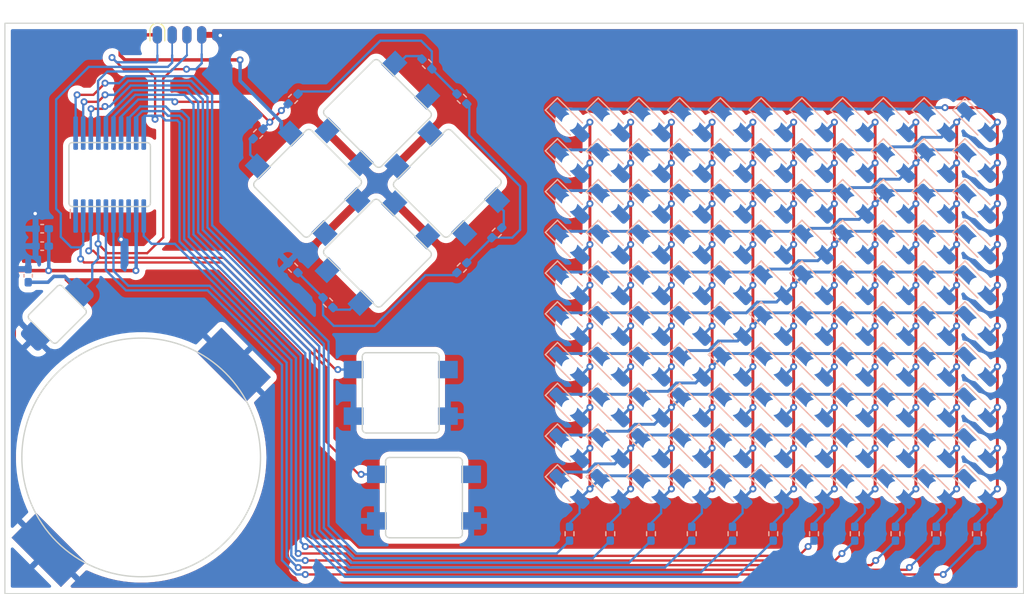
<source format=kicad_pcb>
(kicad_pcb (version 20211014) (generator pcbnew)
  (layers (0 "F.Cu" signal) (31 "B.Cu" signal) (34 "B.Paste" user) (35 "F.Paste" user) (36 "B.SilkS" user "B.Silkscreen") (37 "F.SilkS" user "F.Silkscreen") (38 "B.Mask" user) (39 "F.Mask" user) (44 "Edge.Cuts" user))
  (net 0 "")
  (net 1 "Net-(D1-Pad1)")
  (net 2 "Net-(D1-Pad2)")
  (net 3 "Net-(D100-Pad2)")
  (net 4 "Net-(D102-Pad1)")
  (net 5 "Net-(D103-Pad1)")
  (net 6 "Net-(D104-Pad1)")
  (net 7 "Net-(D106-Pad1)")
  (net 8 "Net-(D107-Pad1)")
  (net 9 "Net-(D108-Pad1)")
  (net 10 "Net-(D10-Pad1)")
  (net 11 "VDD")
  (net 14 "GND")
  (net 15 "SWDIO")
  (net 16 "UART_TX")
  (net 17 "SWCLK")
  (net 18 "NRST")
  (net 19 "Net-(D105-Pad1)")
  (net 20 "Net-(R1-Pad2)")
  (net 21 "Net-(R9-Pad1)")
  (net 22 "Net-(R2-Pad2)")
  (net 23 "Net-(R11-Pad1)")
  (net 24 "Net-(R14-Pad1)")
  (net 25 "Net-(R5-Pad1)")
  (net 26 "Net-(R16-Pad1)")
  (net 27 "Net-(R3-Pad2)")
  (net 28 "Net-(R6-Pad1)")
  (net 29 "Net-(R4-Pad2)")
  (net 30 "Net-(R7-Pad1)")
  (net 32 "DPAD_ADC")
  (net 33 "Net-(R10-Pad1)")
  (net 34 "Net-(R15-Pad1)")
  (net 35 "BTNA")
  (net 36 "Net-(R13-Pad1)")
  (net 37 "Net-(R17-Pad1)")
  (net 38 "Net-(R18-Pad1)")
  (net 39 "Net-(R19-Pad1)")
  (footprint "reverse-mount:LED_0603_1608Metric_Pad1.05x0.95mm_HandSolder" (layer "F.Cu") (at 150.5 89.25 -45)
    (fp_text reference "D30" hide)
    (fp_text value "LED_Small")
  )
  (footprint "reverse-mount:LED_0603_1608Metric_Pad1.05x0.95mm_HandSolder" (layer "F.Cu") (at 154 61.25 -45)
    (fp_text reference "D32" hide)
    (fp_text value "LED_Small")
  )
  (footprint "reverse-mount:LED_0603_1608Metric_Pad1.05x0.95mm_HandSolder" (layer "F.Cu") (at 147 78.75 -45)
    (fp_text reference "D17" hide)
    (fp_text value "LED_Small")
  )
  (footprint "reverse-mount:LED_0603_1608Metric_Pad1.05x0.95mm_HandSolder" (layer "F.Cu") (at 171.5 82.25 -45)
    (fp_text reference "D88" hide)
    (fp_text value "LED_Small")
  )
  (footprint "reverse-mount:LED_0603_1608Metric_Pad1.05x0.95mm_HandSolder" (layer "F.Cu") (at 143.5 75.25 -45)
    (fp_text reference "D6" hide)
    (fp_text value "LED_Small")
  )
  (footprint "reverse-mount:LED_0603_1608Metric_Pad1.05x0.95mm_HandSolder" (layer "F.Cu") (at 168 82.25 -45)
    (fp_text reference "D78" hide)
    (fp_text value "LED_Small")
  )
  (footprint "reverse-mount:LED_0603_1608Metric_Pad1.05x0.95mm_HandSolder" (layer "F.Cu") (at 171.5 89.25 -45)
    (fp_text reference "D90" hide)
    (fp_text value "LED_Small")
  )
  (footprint "reverse-mount:LED_0603_1608Metric_Pad1.05x0.95mm_HandSolder" (layer "F.Cu") (at 164.5 85.75 -45)
    (fp_text reference "D69" hide)
    (fp_text value "LED_Small")
  )
  (footprint "reverse-mount:LED_0603_1608Metric_Pad1.05x0.95mm_HandSolder" (layer "F.Cu") (at 164.5 89.25 -45)
    (fp_text reference "D70" hide)
    (fp_text value "LED_Small")
  )
  (footprint "reverse-mount:LED_0603_1608Metric_Pad1.05x0.95mm_HandSolder" (layer "F.Cu") (at 161 68.25 -45)
    (fp_text reference "D54" hide)
    (fp_text value "LED_Small")
  )
  (footprint "reverse-mount:LED_0603_1608Metric_Pad1.05x0.95mm_HandSolder" (layer "F.Cu") (at 147 61.25 -45)
    (fp_text reference "D12" hide)
    (fp_text value "LED_Small")
  )
  (footprint "SOICBite:SOIC_clipProgSmall" (layer "F.Cu") (at 110 49.5 180)
    (fp_text reference "J1" hide)
    (fp_text value "SOICBite")
  )
  (footprint "reverse-mount:SW_SPST_TSE024" (layer "F.Cu") (at 131 90 180)
    (fp_text reference "SW7" hide)
    (fp_text value "SW_Push")
    (fp_line (start -2.95 -3.45) (end 2.95 -3.45) (layer "Edge.Cuts") (width 0.12))
    (fp_line (start 3.3 -3.1) (end 3.302513 3.1) (layer "Edge.Cuts") (width 0.12))
    (fp_line (start -3.3 3.1) (end -3.3 -3.1) (layer "Edge.Cuts") (width 0.12))
    (fp_line (start 2.952513 3.45) (end -2.95 3.45) (layer "Edge.Cuts") (width 0.12))
    (fp_arc (start 2.95 -3.45) (mid 3.197487 -3.347487) (end 3.3 -3.1) (layer "Edge.Cuts") (width 0.12))
    (fp_arc (start -2.95 3.45) (mid -3.197487 3.347487) (end -3.3 3.1) (layer "Edge.Cuts") (width 0.12))
    (fp_arc (start -3.3 -3.1) (mid -3.197487 -3.347487) (end -2.95 -3.45) (layer "Edge.Cuts") (width 0.12))
    (fp_arc (start 3.302513 3.1) (mid 3.200001 3.347492) (end 2.952513 3.45) (layer "Edge.Cuts") (width 0.12))
  )
  (footprint "reverse-mount:LED_0603_1608Metric_Pad1.05x0.95mm_HandSolder" (layer "F.Cu") (at 150.5 64.75 -45)
    (fp_text reference "D23" hide)
    (fp_text value "LED_Small")
  )
  (footprint "reverse-mount:LED_0603_1608Metric_Pad1.05x0.95mm_HandSolder" (layer "F.Cu") (at 171.5 57.75 -45)
    (fp_text reference "D81" hide)
    (fp_text value "LED_Small")
  )
  (footprint "reverse-mount:LED_0603_1608Metric_Pad1.05x0.95mm_HandSolder" (layer "F.Cu") (at 164.5 64.75 -45)
    (fp_text reference "D63" hide)
    (fp_text value "LED_Small")
  )
  (footprint "reverse-mount:LED_0603_1608Metric_Pad1.05x0.95mm_HandSolder" (layer "F.Cu") (at 147 71.75 -45)
    (fp_text reference "D15" hide)
    (fp_text value "LED_Small")
  )
  (footprint "reverse-mount:LED_0603_1608Metric_Pad1.05x0.95mm_HandSolder" (layer "F.Cu") (at 154 78.75 -45)
    (fp_text reference "D37" hide)
    (fp_text value "LED_Small")
  )
  (footprint "reverse-mount:LED_0603_1608Metric_Pad1.05x0.95mm_HandSolder" (layer "F.Cu") (at 178.5 85.75 -45)
    (fp_text reference "D109" hide)
    (fp_text value "LED_Small")
  )
  (footprint "reverse-mount:LED_0603_1608Metric_Pad1.05x0.95mm_HandSolder" (layer "F.Cu") (at 175 85.75 -45)
    (fp_text reference "D99" hide)
    (fp_text value "LED_Small")
  )
  (footprint "reverse-mount:LED_0603_1608Metric_Pad1.05x0.95mm_HandSolder" (layer "F.Cu") (at 164.5 82.25 -45)
    (fp_text reference "D68" hide)
    (fp_text value "LED_Small")
  )
  (footprint "reverse-mount:LED_0603_1608Metric_Pad1.05x0.95mm_HandSolder" (layer "F.Cu") (at 178.5 71.75 -45)
    (fp_text reference "D105" hide)
    (fp_text value "LED_Small")
  )
  (footprint "reverse-mount:TSSOP-20_4.4x6.5mm_P0.65mm" (layer "F.Cu") (at 104 62.25 90)
    (fp_text reference "U1" hide)
    (fp_text value "HK32F030MF4P6" hide)
    (fp_line (start -2.75 3.2) (end -2.75 -3.2) (layer "Edge.Cuts") (width 0.12))
    (fp_line (start -2.45 -3.5) (end 2.45 -3.5) (layer "Edge.Cuts") (width 0.12))
    (fp_line (start 2.45 3.5) (end -2.45 3.5) (layer "Edge.Cuts") (width 0.12))
    (fp_line (start 2.75 -3.2) (end 2.75 3.2) (layer "Edge.Cuts") (width 0.12))
    (fp_arc (start 2.45 -3.5) (mid 2.662132 -3.412132) (end 2.75 -3.2) (layer "Edge.Cuts") (width 0.12))
    (fp_arc (start -2.45 3.5) (mid -2.662132 3.412132) (end -2.75 3.2) (layer "Edge.Cuts") (width 0.12))
    (fp_arc (start 2.75 3.2) (mid 2.662132 3.412132) (end 2.45 3.5) (layer "Edge.Cuts") (width 0.12))
    (fp_arc (start -2.75 -3.2) (mid -2.662132 -3.412132) (end -2.45 -3.5) (layer "Edge.Cuts") (width 0.12))
  )
  (footprint "reverse-mount:LED_0603_1608Metric_Pad1.05x0.95mm_HandSolder" (layer "F.Cu") (at 147 75.25 -45)
    (fp_text reference "D16" hide)
    (fp_text value "LED_Small")
  )
  (footprint "reverse-mount:LED_0603_1608Metric_Pad1.05x0.95mm_HandSolder" (layer "F.Cu") (at 171.5 61.25 -45)
    (fp_text reference "D82" hide)
    (fp_text value "LED_Small")
  )
  (footprint "reverse-mount:LED_0603_1608Metric_Pad1.05x0.95mm_HandSolder" (layer "F.Cu") (at 143.5 85.75 -45)
    (fp_text reference "D9" hide)
    (fp_text value "LED_Small")
  )
  (footprint "reverse-mount:LED_0603_1608Metric_Pad1.05x0.95mm_HandSolder" (layer "F.Cu") (at 168 64.75 -45)
    (fp_text reference "D73" hide)
    (fp_text value "LED_Small")
  )
  (footprint "reverse-mount:LED_0603_1608Metric_Pad1.05x0.95mm_HandSolder" (layer "F.Cu") (at 147 57.75 -45)
    (fp_text reference "D11" hide)
    (fp_text value "LED_Small")
  )
  (footprint "reverse-mount:SW_SPST_TSE024" (layer "F.Cu") (at 129 81 180)
    (fp_text reference "SW6" hide)
    (fp_text value "SW_Push")
    (fp_line (start 3.3 -3.1) (end 3.302513 3.1) (layer "Edge.Cuts") (width 0.12))
    (fp_line (start -3.3 3.1) (end -3.3 -3.1) (layer "Edge.Cuts") (width 0.12))
    (fp_line (start 2.952513 3.45) (end -2.95 3.45) (layer "Edge.Cuts") (width 0.12))
    (fp_line (start -2.95 -3.45) (end 2.95 -3.45) (layer "Edge.Cuts") (width 0.12))
    (fp_arc (start -3.3 -3.1) (mid -3.197487 -3.347487) (end -2.95 -3.45) (layer "Edge.Cuts") (width 0.12))
    (fp_arc (start -2.95 3.45) (mid -3.197487 3.347487) (end -3.3 3.1) (layer "Edge.Cuts") (width 0.12))
    (fp_arc (start 2.95 -3.45) (mid 3.197487 -3.347487) (end 3.3 -3.1) (layer "Edge.Cuts") (width 0.12))
    (fp_arc (start 3.302513 3.1) (mid 3.200001 3.347492) (end 2.952513 3.45) (layer "Edge.Cuts") (width 0.12))
  )
  (footprint "reverse-mount:LED_0603_1608Metric_Pad1.05x0.95mm_HandSolder" (layer "F.Cu") (at 175 57.75 -45)
    (fp_text reference "D91" hide)
    (fp_text value "LED_Small")
  )
  (footprint "reverse-mount:LED_0603_1608Metric_Pad1.05x0.95mm_HandSolder" (layer "F.Cu") (at 168 78.75 -45)
    (fp_text reference "D77" hide)
    (fp_text value "LED_Small")
  )
  (footprint "reverse-mount:LED_0603_1608Metric_Pad1.05x0.95mm_HandSolder" (layer "F.Cu") (at 161 89.25 -45)
    (fp_text reference "D60" hide)
    (fp_text value "LED_Small")
  )
  (footprint "reverse-mount:LED_0603_1608Metric_Pad1.05x0.95mm_HandSolder" (layer "F.Cu") (at 147 82.25 -45)
    (fp_text reference "D18" hide)
    (fp_text value "LED_Small")
  )
  (footprint "reverse-mount:LED_0603_1608Metric_Pad1.05x0.95mm_HandSolder" (layer "F.Cu") (at 178.5 61.25 -45)
    (fp_text reference "D102" hide)
    (fp_text value "LED_Small")
  )
  (footprint "reverse-mount:LED_0603_1608Metric_Pad1.05x0.95mm_HandSolder" (layer "F.Cu") (at 161 71.75 -45)
    (fp_text reference "D55" hide)
    (fp_text value "LED_Small")
  )
  (footprint "reverse-mount:LED_0603_1608Metric_Pad1.05x0.95mm_HandSolder" (layer "F.Cu") (at 154 85.75 -45)
    (fp_text reference "D39" hide)
    (fp_text value "LED_Small")
  )
  (footprint "reverse-mount:LED_0603_1608Metric_Pad1.05x0.95mm_HandSolder" (layer "F.Cu") (at 143.5 71.75 -45)
    (fp_text reference "D5" hide)
    (fp_text value "LED_Small")
  )
  (footprint "reverse-mount:LED_0603_1608Metric_Pad1.05x0.95mm_HandSolder" (layer "F.Cu") (at 150.5 78.75 -45)
    (fp_text reference "D27" hide)
    (fp_text value "LED_Small")
  )
  (footprint "reverse-mount:LED_0603_1608Metric_Pad1.05x0.95mm_HandSolder" (layer "F.Cu") (at 154 57.75 -45)
    (fp_text reference "D31" hide)
    (fp_text value "LED_Small")
  )
  (footprint "reverse-mount:LED_0603_1608Metric_Pad1.05x0.95mm_HandSolder" (layer "F.Cu") (at 161 64.75 -45)
    (fp_text reference "D53" hide)
    (fp_text value "LED_Small")
  )
  (footprint "reverse-mount:LED_0603_1608Metric_Pad1.05x0.95mm_HandSolder" (layer "F.Cu") (at 150.5 68.25 -45)
    (fp_text reference "D24" hide)
    (fp_text value "LED_Small")
  )
  (footprint "reverse-mount:LED_0603_1608Metric_Pad1.05x0.95mm_HandSolder" (layer "F.Cu") (at 154 64.75 -45)
    (fp_text reference "D33" hide)
    (fp_text value "LED_Small")
  )
  (footprint "reverse-mount:LED_0603_1608Metric_Pad1.05x0.95mm_HandSolder" (layer "F.Cu") (at 164.5 71.75 -45)
    (fp_text reference "D65" hide)
    (fp_text value "LED_Small")
  )
  (footprint "reverse-mount:LED_0603_1608Metric_Pad1.05x0.95mm_HandSolder" (layer "F.Cu") (at 171.5 78.75 -45)
    (fp_text reference "D87" hide)
    (fp_text value "LED_Small")
  )
  (footprint "reverse-mount:LED_0603_1608Metric_Pad1.05x0.95mm_HandSolder" (layer "F.Cu") (at 164.5 68.25 -45)
    (fp_text reference "D64" hide)
    (fp_text value "LED_Small")
  )
  (footprint "reverse-mount:LED_0603_1608Metric_Pad1.05x0.95mm_HandSolder" (layer "F.Cu") (at 171.5 75.25 -45)
    (fp_text reference "D86" hide)
    (fp_text value "LED_Small")
  )
  (footprint "reverse-mount:LED_0603_1608Metric_Pad1.05x0.95mm_HandSolder" (layer "F.Cu") (at 178.5 75.25 -45)
    (fp_text reference "D106" hide)
    (fp_text value "LED_Small")
  )
  (footprint "reverse-mount:LED_0603_1608Metric_Pad1.05x0.95mm_HandSolder" (layer "F.Cu") (at 175 64.75 -45)
    (fp_text reference "D93" hide)
    (fp_text value "LED_Small")
  )
  (footprint "reverse-mount:LED_0603_1608Metric_Pad1.05x0.95mm_HandSolder" (layer "F.Cu") (at 178.5 57.75 -45)
    (fp_text reference "D101" hide)
    (fp_text value "LED_Small")
  )
  (footprint "reverse-mount:LED_0603_1608Metric_Pad1.05x0.95mm_HandSolder" (layer "F.Cu") (at 150.5 82.25 -45)
    (fp_text reference "D28" hide)
    (fp_text value "LED_Small")
  )
  (footprint "reverse-mount:LED_0603_1608Metric_Pad1.05x0.95mm_HandSolder" (layer "F.Cu") (at 143.5 61.25 -45)
    (fp_text reference "D2" hide)
    (fp_text value "LED_Small")
  )
  (footprint "reverse-mount:LED_0603_1608Metric_Pad1.05x0.95mm_HandSolder" (layer "F.Cu") (at 164.5 75.25 -45)
    (fp_text reference "D66" hide)
    (fp_text value "LED_Small")
  )
  (footprint "reverse-mount:LED_0603_1608Metric_Pad1.05x0.95mm_HandSolder" (layer "F.Cu") (at 161 61.25 -45)
    (fp_text reference "D52" hide)
    (fp_text value "LED_Small")
  )
  (footprint "reverse-mount:LED_0603_1608Metric_Pad1.05x0.95mm_HandSolder" (layer "F.Cu") (at 178.5 89.25 -45)
    (fp_text reference "D110" hide)
    (fp_text value "LED_Small")
  )
  (footprint "reverse-mount:LED_0603_1608Metric_Pad1.05x0.95mm_HandSolder" (layer "F.Cu") (at 150.5 75.25 -45)
    (fp_text reference "D26" hide)
    (fp_text value "LED_Small")
  )
  (footprint "reverse-mount:LED_0603_1608Metric_Pad1.05x0.95mm_HandSolder" (layer "F.Cu") (at 154 82.25 -45)
    (fp_text reference "D38" hide)
    (fp_text value "LED_Small")
  )
  (footprint "reverse-mount:LED_0603_1608Metric_Pad1.05x0.95mm_HandSolder" (layer "F.Cu") (at 154 89.25 -45)
    (fp_text reference "D40" hide)
    (fp_text value "LED_Small")
  )
  (footprint "reverse-mount:LED_0603_1608Metric_Pad1.05x0.95mm_HandSolder" (layer "F.Cu") (at 154 71.75 -45)
    (fp_text reference "D35" hide)
    (fp_text value "LED_Small")
  )
  (footprint "reverse-mount:LED_0603_1608Metric_Pad1.05x0.95mm_HandSolder" (layer "F.Cu") (at 157.5 71.75 -45)
    (fp_text reference "D45" hide)
    (fp_text value "LED_Small")
  )
  (footprint "reverse-mount:LED_0603_1608Metric_Pad1.05x0.95mm_HandSolder" (layer "F.Cu") (at 175 78.75 -45)
    (fp_text reference "D97" hide)
    (fp_text value "LED_Small")
  )
  (footprint "reverse-mount:LED_0603_1608Metric_Pad1.05x0.95mm_HandSolder" (layer "F.Cu") (at 143.5 89.25 -45)
    (fp_text reference "D10" hide)
    (fp_text value "LED_Small")
  )
  (footprint "reverse-mount:LED_0603_1608Metric_Pad1.05x0.95mm_HandSolder" (layer "F.Cu") (at 175 71.75 -45)
    (fp_text reference "D95" hide)
    (fp_text value "LED_Small")
  )
  (footprint "reverse-mount:LED_0603_1608Metric_Pad1.05x0.95mm_HandSolder" (layer "F.Cu") (at 147 85.75 -45)
    (fp_text reference "D19" hide)
    (fp_text value "LED_Small")
  )
  (footprint "reverse-mount:LED_0603_1608Metric_Pad1.05x0.95mm_HandSolder" (layer "F.Cu") (at 157.5 85.75 -45)
    (fp_text reference "D49" hide)
    (fp_text value "LED_Small")
  )
  (footprint "reverse-mount:LED_0603_1608Metric_Pad1.05x0.95mm_HandSolder" (layer "F.Cu") (at 157.5 57.75 -45)
    (fp_text reference "D41" hide)
    (fp_text value "LED_Small")
  )
  (footprint "reverse-mount:LED_0603_1608Metric_Pad1.05x0.95mm_HandSolder" (layer "F.Cu") (at 147 68.25 -45)
    (fp_text reference "D14" hide)
    (fp_text value "LED_Small")
  )
  (footprint "reverse-mount:LED_0603_1608Metric_Pad1.05x0.95mm_HandSolder" (layer "F.Cu") (at 150.5 71.75 -45)
    (fp_text reference "D25" hide)
    (fp_text value "LED_Small")
  )
  (footprint "reverse-mount:LED_0603_1608Metric_Pad1.05x0.95mm_HandSolder" (layer "F.Cu") (at 164.5 61.25 -45)
    (fp_text reference "D62" hide)
    (fp_text value "LED_Small")
  )
  (footprint "reverse-mount:LED_0603_1608Metric_Pad1.05x0.95mm_HandSolder" (layer "F.Cu") (at 168 71.75 -45)
    (fp_text reference "D75" hide)
    (fp_text value "LED_Small")
  )
  (footprint "reverse-mount:LED_0603_1608Metric_Pad1.05x0.95mm_HandSolder" (layer "F.Cu") (at 178.5 68.25 -45)
    (fp_text reference "D104" hide)
    (fp_text value "LED_Small")
  )
  (footprint "reverse-mount:LED_0603_1608Metric_Pad1.05x0.95mm_HandSolder" (layer "F.Cu") (at 168 75.25 -45)
    (fp_text reference "D76" hide)
    (fp_text value "LED_Small")
  )
  (footprint "reverse-mount:LED_0603_1608Metric_Pad1.05x0.95mm_HandSolder" (layer "F.Cu") (at 168 57.75 -45)
    (fp_text reference "D71" hide)
    (fp_text value "LED_Small")
  )
  (footprint "reverse-mount:LED_0603_1608Metric_Pad1.05x0.95mm_HandSolder" (layer "F.Cu") (at 168 68.25 -45)
    (fp_text reference "D74" hide)
    (fp_text value "LED_Small")
  )
  (footprint "reverse-mount:LED_0603_1608Metric_Pad1.05x0.95mm_HandSolder" (layer "F.Cu") (at 171.5 85.75 -45)
    (fp_text reference "D89" hide)
    (fp_text value "LED_Small")
  )
  (footprint "reverse-mount:LED_0603_1608Metric_Pad1.05x0.95mm_HandSolder" (layer "F.Cu") (at 143.5 64.75 -45)
    (fp_text reference "D3" hide)
    (fp_text value "LED_Small")
  )
  (footprint "reverse-mount:LED_0603_1608Metric_Pad1.05x0.95mm_HandSolder" (layer "F.Cu") (at 175 68.25 -45)
    (fp_text reference "D94" hide)
    (fp_text value "LED_Small")
  )
  (footprint "reverse-mount:LED_0603_1608Metric_Pad1.05x0.95mm_HandSolder" (layer "F.Cu") (at 178.5 64.75 -45)
    (fp_text reference "D103" hide)
    (fp_text value "LED_Small")
  )
  (footprint "reverse-mount:LED_0603_1608Metric_Pad1.05x0.95mm_HandSolder" (layer "F.Cu") (at 143.5 78.75 -45)
    (fp_text reference "D7" hide)
    (fp_text value "LED_Small")
  )
  (footprint "reverse-mount:LED_0603_1608Metric_Pad1.05x0.95mm_HandSolder" (layer "F.Cu") (at 157.5 82.25 -45)
    (fp_text reference "D48" hide)
    (fp_text value "LED_Small")
  )
  (footprint "reverse-mount:LED_0603_1608Metric_Pad1.05x0.95mm_HandSolder" (layer "F.Cu") (at 161 78.75 -45)
    (fp_text reference "D57" hide)
    (fp_text value "LED_Small")
  )
  (footprint "reverse-mount:LED_0603_1608Metric_Pad1.05x0.95mm_HandSolder" (layer "F.Cu") (at 171.5 71.75 -45)
    (fp_text reference "D85" hide)
    (fp_text value "LED_Small")
  )
  (footprint "reverse-mount:SW_SPST_TSE024" (layer "F.Cu") (at 121 63 135)
    (fp_text reference "SW2" hide)
    (fp_text value "SW_Push")
    (fp_line (start 2.952513 3.45) (end -2.95 3.45) (layer "Edge.Cuts") (width 0.12))
    (fp_line (start -3.3 3.1) (end -3.3 -3.1) (layer "Edge.Cuts") (width 0.12))
    (fp_line (start 3.3 -3.1) (end 3.302513 3.1) (layer "Edge.Cuts") (width 0.12))
    (fp_line (start -2.95 -3.45) (end 2.95 -3.45) (layer "Edge.Cuts") (width 0.12))
    (fp_arc (start -2.95 3.45) (mid -3.197487 3.347487) (end -3.3 3.1) (layer "Edge.Cuts") (width 0.12))
    (fp_arc (start 3.302513 3.1) (mid 3.200001 3.347492) (end 2.952513 3.45) (layer "Edge.Cuts") (width 0.12))
    (fp_arc (start -3.3 -3.1) (mid -3.197487 -3.347487) (end -2.95 -3.45) (layer "Edge.Cuts") (width 0.12))
    (fp_arc (start 2.95 -3.45) (mid 3.197487 -3.347487) (end 3.3 -3.1) (layer "Edge.Cuts") (width 0.12))
  )
  (footprint "reverse-mount:LED_0603_1608Metric_Pad1.05x0.95mm_HandSolder" (layer "F.Cu") (at 157.5 68.25 -45)
    (fp_text reference "D44" hide)
    (fp_text value "LED_Small")
  )
  (footprint "reverse-mount:LED_0603_1608Metric_Pad1.05x0.95mm_HandSolder" (layer "F.Cu") (at 143.5 57.75 -45)
    (fp_text reference "D1" hide)
    (fp_text value "LED_Small")
  )
  (footprint "reverse-mount:LED_0603_1608Metric_Pad1.05x0.95mm_HandSolder" (layer "F.Cu") (at 168 89.25 -45)
    (fp_text reference "D80" hide)
    (fp_text value "LED_Small")
  )
  (footprint "reverse-mount:LED_0603_1608Metric_Pad1.05x0.95mm_HandSolder" (layer "F.Cu") (at 164.5 57.75 -45)
    (fp_text reference "D61" hide)
    (fp_text value "LED_Small")
  )
  (footprint "reverse-mount:LED_0603_1608Metric_Pad1.05x0.95mm_HandSolder" (layer "F.Cu") (at 143.5 82.25 -45)
    (fp_text reference "D8" hide)
    (fp_text value "LED_Small")
  )
  (footprint "reverse-mount:cr2016" (layer "F.Cu") (at 106.704951 86.545049 45)
    (fp_text reference "BT1" hide)
    (fp_text value "CR2016")
    (fp_circle (center 0 0) (end 10.25 0) (layer "Edge.Cuts") (width 0.12) (fill none))
  )
  (footprint "reverse-mount:LED_0603_1608Metric_Pad1.05x0.95mm_HandSolder" (layer "F.Cu") (at 178.5 82.25 -45)
    (fp_text reference "D108" hide)
    (fp_text value "LED_Small")
  )
  (footprint "reverse-mount:LED_0603_1608Metric_Pad1.05x0.95mm_HandSolder" (layer "F.Cu") (at 154 75.25 -45)
    (fp_text reference "D36" hide)
    (fp_text value "LED_Small")
  )
  (footprint "reverse-mount:LED_0603_1608Metric_Pad1.05x0.95mm_HandSolder" (layer "F.Cu") (at 171.5 68.25 -45)
    (fp_text reference "D84" hide)
    (fp_text value "LED_Small")
  )
  (footprint "reverse-mount:SW_SPST_TSE024" (layer "F.Cu") (at 133 63 -45)
    (fp_text reference "SW4" hide)
    (fp_text value "SW_Push")
    (fp_line (start 3.3 -3.1) (end 3.302513 3.1) (layer "Edge.Cuts") (width 0.12))
    (fp_line (start 2.952513 3.45) (end -2.95 3.45) (layer "Edge.Cuts") (width 0.12))
    (fp_line (start -2.95 -3.45) (end 2.95 -3.45) (layer "Edge.Cuts") (width 0.12))
    (fp_line (start -3.3 3.1) (end -3.3 -3.1) (layer "Edge.Cuts") (width 0.12))
    (fp_arc (start 2.95 -3.45) (mid 3.197487 -3.347487) (end 3.3 -3.1) (layer "Edge.Cuts") (width 0.12))
    (fp_arc (start -3.3 -3.1) (mid -3.197487 -3.347487) (end -2.95 -3.45) (layer "Edge.Cuts") (width 0.12))
    (fp_arc (start 3.302513 3.1) (mid 3.200001 3.347492) (end 2.952513 3.45) (layer "Edge.Cuts") (width 0.12))
    (fp_arc (start -2.95 3.45) (mid -3.197487 3.347487) (end -3.3 3.1) (layer "Edge.Cuts") (width 0.12))
  )
  (footprint "reverse-mount:LED_0603_1608Metric_Pad1.05x0.95mm_HandSolder" (layer "F.Cu") (at 157.5 75.25 -45)
    (fp_text reference "D46" hide)
    (fp_text value "LED_Small")
  )
  (footprint "reverse-mount:LED_0603_1608Metric_Pad1.05x0.95mm_HandSolder" (layer "F.Cu") (at 175 82.25 -45)
    (fp_text reference "D98" hide)
    (fp_text value "LED_Small")
  )
  (footprint "reverse-mount:LED_0603_1608Metric_Pad1.05x0.95mm_HandSolder" (layer "F.Cu") (at 175 61.25 -45)
    (fp_text reference "D92" hide)
    (fp_text value "LED_Small")
  )
  (footprint "reverse-mount:LED_0603_1608Metric_Pad1.05x0.95mm_HandSolder" (layer "F.Cu") (at 175 75.25 -45)
    (fp_text reference "D96" hide)
    (fp_text value "LED_Small")
  )
  (footprint "reverse-mount:SW_SPST_TSE024" (layer "F.Cu") (at 127 69 -135)
    (fp_text reference "SW5" hide)
    (fp_text value "SW_Push")
    (fp_line (start 2.952513 3.45) (end -2.95 3.45) (layer "Edge.Cuts") (width 0.12))
    (fp_line (start 3.3 -3.1) (end 3.302513 3.1) (layer "Edge.Cuts") (width 0.12))
    (fp_line (start -2.95 -3.45) (end 2.95 -3.45) (layer "Edge.Cuts") (width 0.12))
    (fp_line (start -3.3 3.1) (end -3.3 -3.1) (layer "Edge.Cuts") (width 0.12))
    (fp_arc (start 2.95 -3.45) (mid 3.197487 -3.347487) (end 3.3 -3.1) (layer "Edge.Cuts") (width 0.12))
    (fp_arc (start 3.302513 3.1) (mid 3.200001 3.347492) (end 2.952513 3.45) (layer "Edge.Cuts") (width 0.12))
    (fp_arc (start -3.3 -3.1) (mid -3.197487 -3.347487) (end -2.95 -3.45) (layer "Edge.Cuts") (width 0.12))
    (fp_arc (start -2.95 3.45) (mid -3.197487 3.347487) (end -3.3 3.1) (layer "Edge.Cuts") (width 0.12))
  )
  (footprint "reverse-mount:LED_0603_1608Metric_Pad1.05x0.95mm_HandSolder" (layer "F.Cu") (at 171.5 64.75 -45)
    (fp_text reference "D83" hide)
    (fp_text value "LED_Small")
  )
  (footprint "reverse-mount:LED_0603_1608Metric_Pad1.05x0.95mm_HandSolder" (layer "F.Cu") (at 161 57.75 -45)
    (fp_text reference "D51" hide)
    (fp_text value "LED_Small")
  )
  (footprint "reverse-mount:LED_0603_1608Metric_Pad1.05x0.95mm_HandSolder" (layer "F.Cu") (at 157.5 61.25 -45)
    (fp_text reference "D42" hide)
    (fp_text value "LED_Small")
  )
  (footprint "reverse-mount:LED_0603_1608Metric_Pad1.05x0.95mm_HandSolder" (layer "F.Cu") (at 168 85.75 -45)
    (fp_text reference "D79" hide)
    (fp_text value "LED_Small")
  )
  (footprint "reverse-mount:LED_0603_1608Metric_Pad1.05x0.95mm_HandSolder" (layer "F.Cu") (at 161 75.25 -45)
    (fp_text reference "D56" hide)
    (fp_text value "LED_Small")
  )
  (footprint "reverse-mount:LED_0603_1608Metric_Pad1.05x0.95mm_HandSolder" (layer "F.Cu") (at 154 68.25 -45)
    (fp_text reference "D34" hide)
    (fp_text value "LED_Small")
  )
  (footprint "reverse-mount:SW_3x4x2" (layer "F.Cu") (at 99.5 74.25 -135)
    (fp_text reference "SW1" hide)
    (fp_text value "SW_Push")
    (fp_line (start -2 -1.4) (end -2 1.4) (layer "Edge.Cuts") (width 0.12))
    (fp_line (start 1.7 -1.7) (end -1.7 -1.7) (layer "Edge.Cuts") (width 0.12))
    (fp_line (start -1.7 1.7) (end 1.7 1.7) (layer "Edge.Cuts") (width 0.12))
    (fp_line (start 2 1.4) (end 2 -1.4) (layer "Edge.Cuts") (width 0.12))
    (fp_arc (start 1.7 -1.7) (mid 1.912132 -1.612132) (end 2 -1.4) (layer "Edge.Cuts") (width 0.12))
    (fp_arc (start 2 1.4) (mid 1.912132 1.612132) (end 1.7 1.7) (layer "Edge.Cuts") (width 0.12))
    (fp_arc (start -1.7 1.7) (mid -1.912132 1.612132) (end -2 1.4) (layer "Edge.Cuts") (width 0.12))
    (fp_arc (start -2 -1.4) (mid -1.912132 -1.612132) (end -1.7 -1.7) (layer "Edge.Cuts") (width 0.12))
  )
  (footprint "reverse-mount:LED_0603_1608Metric_Pad1.05x0.95mm_HandSolder" (layer "F.Cu") (at 157.5 78.75 -45)
    (fp_text reference "D47" hide)
    (fp_text value "LED_Small")
  )
  (footprint "reverse-mount:LED_0603_1608Metric_Pad1.05x0.95mm_HandSolder" (layer "F.Cu") (at 157.5 89.25 -45)
    (fp_text reference "D50" hide)
    (fp_text value "LED_Small")
  )
  (footprint "reverse-mount:LED_0603_1608Metric_Pad1.05x0.95mm_HandSolder" (layer "F.Cu") (at 147 89.25 -45)
    (fp_text reference "D20" hide)
    (fp_text value "LED_Small")
  )
  (footprint "reverse-mount:LED_0603_1608Metric_Pad1.05x0.95mm_HandSolder" (layer "F.Cu") (at 157.5 64.75 -45)
    (fp_text reference "D43" hide)
    (fp_text value "LED_Small")
  )
  (footprint "reverse-mount:LED_0603_1608Metric_Pad1.05x0.95mm_HandSolder" (layer "F.Cu") (at 143.5 68.25 -45)
    (fp_text reference "D4" hide)
    (fp_text value "LED_Small")
  )
  (footprint "reverse-mount:LED_0603_1608Metric_Pad1.05x0.95mm_HandSolder" (layer "F.Cu") (at 161 82.25 -45)
    (fp_text reference "D58" hide)
    (fp_text value "LED_Small")
  )
  (footprint "reverse-mount:LED_0603_1608Metric_Pad1.05x0.95mm_HandSolder" (layer "F.Cu") (at 150.5 61.25 -45)
    (fp_text reference "D22" hide)
    (fp_text value "LED_Small")
  )
  (footprint "reverse-mount:LED_0603_1608Metric_Pad1.05x0.95mm_HandSolder" (layer "F.Cu") (at 150.5 85.75 -45)
    (fp_text reference "D29" hide)
    (fp_text value "LED_Small")
  )
  (footprint "reverse-mount:LED_0603_1608Metric_Pad1.05x0.95mm_HandSolder" (layer "F.Cu") (at 147 64.75 -45)
    (fp_text reference "D13" hide)
    (fp_text value "LED_Small")
  )
  (footprint "reverse-mount:LED_0603_1608Metric_Pad1.05x0.95mm_HandSolder" (layer "F.Cu") (at 168 61.25 -45)
    (fp_text reference "D72" hide)
    (fp_text value "LED_Small")
  )
  (footprint "reverse-mount:LED_0603_1608Metric_Pad1.05x0.95mm_HandSolder" (layer "F.Cu") (at 178.5 78.75 -45)
    (fp_text reference "D107" hide)
    (fp_text value "LED_Small")
  )
  (footprint "reverse-mount:SW_SPST_TSE024" (layer "F.Cu") (at 127 57 45)
    (fp_text reference "SW3" hide)
    (fp_text value "SW_Push")
    (fp_line (start 3.3 -3.1) (end 3.302513 3.1) (layer "Edge.Cuts") (width 0.12))
    (fp_line (start -2.95 -3.45) (end 2.95 -3.45) (layer "Edge.Cuts") (width 0.12))
    (fp_line (start -3.3 3.1) (end -3.3 -3.1) (layer "Edge.Cuts") (width 0.12))
    (fp_line (start 2.952513 3.45) (end -2.95 3.45) (layer "Edge.Cuts") (width 0.12))
    (fp_arc (start 3.302513 3.1) (mid 3.200001 3.347492) (end 2.952513 3.45) (layer "Edge.Cuts") (width 0.12))
    (fp_arc (start -2.95 3.45) (mid -3.197487 3.347487) (end -3.3 3.1) (layer "Edge.Cuts") (width 0.12))
    (fp_arc (start -3.3 -3.1) (mid -3.197487 -3.347487) (end -2.95 -3.45) (layer "Edge.Cuts") (width 0.12))
    (fp_arc (start 2.95 -3.45) (mid 3.197487 -3.347487) (end 3.3 -3.1) (layer "Edge.Cuts") (width 0.12))
  )
  (footprint "reverse-mount:LED_0603_1608Metric_Pad1.05x0.95mm_HandSolder" (layer "F.Cu") (at 161 85.75 -45)
    (fp_text reference "D59" hide)
    (fp_text value "LED_Small")
  )
  (footprint "reverse-mount:LED_0603_1608Metric_Pad1.05x0.95mm_HandSolder" (layer "F.Cu") (at 164.5 78.75 -45)
    (fp_text reference "D67" hide)
    (fp_text value "LED_Small")
  )
  (footprint "reverse-mount:LED_0603_1608Metric_Pad1.05x0.95mm_HandSolder" (layer "F.Cu") (at 175 89.25 -45)
    (fp_text reference "D100" hide)
    (fp_text value "LED_Small")
  )
  (footprint "reverse-mount:LED_0603_1608Metric_Pad1.05x0.95mm_HandSolder" (layer "F.Cu") (at 150.5 57.75 -45)
    (fp_text reference "D21" hide)
    (fp_text value "LED_Small")
  )
  (footprint "Resistor_SMD:R_0402_1005Metric_Pad0.72x0.64mm_HandSolder" (layer "B.Cu") (at 164.5 93.1 90)
    (fp_text reference "R13" hide)
    (fp_text value "33R")
  )
  (footprint "Resistor_SMD:R_0402_1005Metric_Pad0.72x0.64mm_HandSolder" (layer "B.Cu") (at 175 93.1 90)
    (fp_text reference "R10" hide)
    (fp_text value "33R")
  )
  (footprint "Resistor_SMD:R_0402_1005Metric_Pad0.72x0.64mm_HandSolder" (layer "B.Cu") (at 119.75 55.75 -135)
    (fp_text reference "R5" hide)
    (fp_text value "10k" hide)
  )
  (footprint "Resistor_SMD:R_0402_1005Metric_Pad0.72x0.64mm_HandSolder" (layer "B.Cu") (at 161 93.1 90)
    (fp_text reference "R14" hide)
    (fp_text value "33R")
  )
  (footprint "Capacitor_SMD:C_0402_1005Metric_Pad0.74x0.62mm_HandSolder" (layer "B.Cu") (at 98.2 66.9 180)
    (fp_text reference "C2" hide)
    (fp_text value ".1uF")
  )
  (footprint "Resistor_SMD:R_0402_1005Metric_Pad0.72x0.64mm_HandSolder" (layer "B.Cu") (at 134.25 70.25 45)
    (fp_text reference "R7" hide)
    (fp_text value "10k")
  )
  (footprint "Resistor_SMD:R_0402_1005Metric_Pad0.72x0.64mm_HandSolder" (layer "B.Cu") (at 134.25 55.75 135)
    (fp_text reference "R6" hide)
    (fp_text value "10k")
  )
  (footprint "Resistor_SMD:R_0402_1005Metric_Pad0.72x0.64mm_HandSolder" (layer "B.Cu") (at 122.75 73.25 -45)
    (fp_text reference "R4" hide)
    (fp_text value "20K")
  )
  (footprint "Resistor_SMD:R_0402_1005Metric_Pad0.72x0.64mm_HandSolder" (layer "B.Cu") (at 168 93.1 90)
    (fp_text reference "R12" hide)
    (fp_text value "33R")
  )
  (footprint "Resistor_SMD:R_0402_1005Metric_Pad0.72x0.64mm_HandSolder" (layer "B.Cu") (at 147 93.1 90)
    (fp_text reference "R18" hide)
    (fp_text value "33R")
  )
  (footprint "Resistor_SMD:R_0402_1005Metric_Pad0.72x0.64mm_HandSolder" (layer "B.Cu") (at 171.5 93.1 90)
    (fp_text reference "R11" hide)
    (fp_text value "33R")
  )
  (footprint "Resistor_SMD:R_0402_1005Metric_Pad0.72x0.64mm_HandSolder" (layer "B.Cu") (at 150.5 93.1 90)
    (fp_text reference "R17" hide)
    (fp_text value "33R")
  )
  (footprint "Resistor_SMD:R_0402_1005Metric_Pad0.72x0.64mm_HandSolder" (layer "B.Cu") (at 137.25 67.25 45)
    (fp_text reference "R3" hide)
    (fp_text value "20K")
  )
  (footprint "Resistor_SMD:R_0402_1005Metric_Pad0.72x0.64mm_HandSolder" (layer "B.Cu") (at 178.5 93.1 90)
    (fp_text reference "R9" hide)
    (fp_text value "33R")
  )
  (footprint "Resistor_SMD:R_0402_1005Metric_Pad0.72x0.64mm_HandSolder" (layer "B.Cu") (at 143.5 93.1 90)
    (fp_text reference "R19" hide)
    (fp_text value "33R")
  )
  (footprint "Resistor_SMD:R_0402_1005Metric_Pad0.72x0.64mm_HandSolder" (layer "B.Cu") (at 154 93.1 90)
    (fp_text reference "R16" hide)
    (fp_text value "33R")
  )
  (footprint "Resistor_SMD:R_0402_1005Metric_Pad0.72x0.64mm_HandSolder" (layer "B.Cu") (at 116.75 58.75 -135)
    (fp_text reference "R1" hide)
    (fp_text value "20K" hide)
  )
  (footprint "Resistor_SMD:R_0402_1005Metric_Pad0.72x0.64mm_HandSolder" (layer "B.Cu") (at 119.75 70.25 -45)
    (fp_text reference "R8" hide)
    (fp_text value "10k")
  )
  (footprint "Resistor_SMD:R_0402_1005Metric_Pad0.72x0.64mm_HandSolder" (layer "B.Cu") (at 131.25 52.75 135)
    (fp_text reference "R2" hide)
    (fp_text value "20K")
  )
  (footprint "Capacitor_SMD:C_0402_1005Metric_Pad0.74x0.62mm_HandSolder" (layer "B.Cu") (at 98.2 68.4 180)
    (fp_text reference "C3" hide)
    (fp_text value "1uF")
  )
  (footprint "Capacitor_SMD:C_0402_1005Metric_Pad0.74x0.62mm_HandSolder" (layer "B.Cu") (at 97 70.9325 90)
    (fp_text reference "C1" hide)
    (fp_text value ".1uF")
  )
  (footprint "Resistor_SMD:R_0402_1005Metric_Pad0.72x0.64mm_HandSolder" (layer "B.Cu") (at 157.5 93.1 90)
    (fp_text reference "R15" hide)
    (fp_text value "33R")
  )
  (gr_rect (start 95 49.25) (end 182.5 98.25) (layer "Edge.Cuts") (width 0.1) (fill none))
  (segment (start 180.25 89.25) (end 180.25 57.75) (width 0.25) (layer "F.Cu") (net 1))
  (segment (start 179 56.5) (end 175.75 56.5) (width 0.25) (layer "F.Cu") (net 1))
  (segment (start 180.25 57.75) (end 179 56.5) (width 0.25) (layer "F.Cu") (net 1))
  (via (at 180.25 78.75) (size 0.6) (drill 0.3) (layers "F.Cu" "B.Cu") (net 1))
  (via (at 175.75 56.5) (size 0.6) (drill 0.3) (layers "F.Cu" "B.Cu") (net 1))
  (via (at 180.25 61.25) (size 0.6) (drill 0.3) (layers "F.Cu" "B.Cu") (net 1))
  (via (at 180.25 68.25) (size 0.6) (drill 0.3) (layers "F.Cu" "B.Cu") (net 1))
  (via (at 180.25 82.25) (size 0.6) (drill 0.3) (layers "F.Cu" "B.Cu") (net 1))
  (via (at 180.25 89.25) (size 0.6) (drill 0.3) (layers "F.Cu" "B.Cu") (net 1))
  (via (at 180.25 85.75) (size 0.6) (drill 0.3) (layers "F.Cu" "B.Cu") (net 1))
  (via (at 180.25 57.75) (size 0.6) (drill 0.3) (layers "F.Cu" "B.Cu") (net 1))
  (via (at 180.25 71.75) (size 0.6) (drill 0.3) (layers "F.Cu" "B.Cu") (net 1))
  (via (at 180.25 64.75) (size 0.6) (drill 0.3) (layers "F.Cu" "B.Cu") (net 1))
  (via (at 180.25 75.25) (size 0.6) (drill 0.3) (layers "F.Cu" "B.Cu") (net 1))
  (segment (start 179.401561 72.651561) (end 179.401561 72.598439) (width 0.25) (layer "B.Cu") (net 1))
  (segment (start 179.401561 90.151561) (end 179.401561 90.098439) (width 0.25) (layer "B.Cu") (net 1))
  (segment (start 179.401561 62.151561) (end 179.401561 62.098439) (width 0.25) (layer "B.Cu") (net 1))
  (segment (start 179.401561 83.151561) (end 179.401561 83.098439) (width 0.25) (layer "B.Cu") (net 1))
  (segment (start 179.401561 65.651561) (end 179.401561 65.598439) (width 0.25) (layer "B.Cu") (net 1))
  (segment (start 174.517588 56.5) (end 174.133794 56.883794) (width 0.25) (layer "B.Cu") (net 1))
  (segment (start 179.366206 90.116206) (end 179.366206 91.333794) (width 0.2) (layer "B.Cu") (net 1))
  (segment (start 179.401561 65.598439) (end 180.25 64.75) (width 0.25) (layer "B.Cu") (net 1))
  (segment (start 179.366206 91.333794) (end 178.528554 92.171446) (width 0.2) (layer "B.Cu") (net 1))
  (segment (start 179.401561 58.651561) (end 179.401561 58.598439) (width 0.25) (layer "B.Cu") (net 1))
  (segment (start 179.401561 76.151561) (end 179.401561 76.098439) (width 0.25) (layer "B.Cu") (net 1))
  (segment (start 179.401561 69.151561) (end 179.401561 69.098439) (width 0.25) (layer "B.Cu") (net 1))
  (segment (start 179.401561 86.598439) (end 180.25 85.75) (width 0.25) (layer "B.Cu") (net 1))
  (segment (start 173.874999 56.624999) (end 174.098439 56.848439) (width 0.25) (layer "B.Cu") (net 1))
  (segment (start 179.401561 58.598439) (end 180.25 57.75) (width 0.25) (layer "B.Cu") (net 1))
  (segment (start 179.401561 69.098439) (end 180.25 68.25) (width 0.25) (layer "B.Cu") (net 1))
  (segment (start 179.401561 62.098439) (end 180.25 61.25) (width 0.25) (layer "B.Cu") (net 1))
  (segment (start 179.401561 83.098439) (end 180.25 82.25) (width 0.25) (layer "B.Cu") (net 1))
  (segment (start 179.401561 86.651561) (end 179.401561 86.598439) (width 0.25) (layer "B.Cu") (net 1))
  (segment (start 142.598439 56.848439) (end 142.821879 56.624999) (width 0.25) (layer "B.Cu") (net 1))
  (segment (start 179.401561 79.651561) (end 179.401561 79.598439) (width 0.25) (layer "B.Cu") (net 1))
  (segment (start 179.401561 79.598439) (end 180.25 78.75) (width 0.25) (layer "B.Cu") (net 1))
  (segment (start 175.75 56.5) (end 174.517588 56.5) (width 0.25) (layer "B.Cu") (net 1))
  (segment (start 142.821879 56.624999) (end 173.874999 56.624999) (width 0.25) (layer "B.Cu") (net 1))
  (segment (start 179.401561 90.098439) (end 180.25 89.25) (width 0.25) (layer "B.Cu") (net 1))
  (segment (start 179.401561 72.598439) (end 180.25 71.75) (width 0.25) (layer "B.Cu") (net 1))
  (segment (start 179.401561 76.098439) (end 180.25 75.25) (width 0.25) (layer "B.Cu") (net 1))
  (segment (start 145.25 57.75) (end 145.25 89.25) (width 0.25) (layer "F.Cu") (net 2))
  (via (at 145.25 82.25) (size 0.6) (drill 0.3) (layers "F.Cu" "B.Cu") (net 2))
  (via (at 145.25 78.75) (size 0.6) (drill 0.3) (layers "F.Cu" "B.Cu") (net 2))
  (via (at 145.25 85.75) (size 0.6) (drill 0.3) (layers "F.Cu" "B.Cu") (net 2))
  (via (at 145.25 68.25) (size 0.6) (drill 0.3) (layers "F.Cu" "B.Cu") (net 2))
  (via (at 145.25 75.25) (size 0.6) (drill 0.3) (layers "F.Cu" "B.Cu") (net 2))
  (via (at 145.25 61.25) (size 0.6) (drill 0.3) (layers "F.Cu" "B.Cu") (net 2))
  (via (at 145.25 71.75) (size 0.6) (drill 0.3) (layers "F.Cu" "B.Cu") (net 2))
  (via (at 145.25 89.25) (size 0.6) (drill 0.3) (layers "F.Cu" "B.Cu") (net 2))
  (via (at 145.25 57.75) (size 0.6) (drill 0.3) (layers "F.Cu" "B.Cu") (net 2))
  (via (at 145.25 64.75) (size 0.6) (drill 0.3) (layers "F.Cu" "B.Cu") (net 2))
  (segment (start 144.401561 86.651561) (end 144.401561 86.598439) (width 0.25) (layer "B.Cu") (net 2))
  (segment (start 144.401561 65.651561) (end 144.401561 65.598439) (width 0.25) (layer "B.Cu") (net 2))
  (segment (start 144.401561 58.651561) (end 144.401561 58.598439) (width 0.25) (layer "B.Cu") (net 2))
  (segment (start 144.401561 69.151561) (end 144.401561 69.098439) (width 0.25) (layer "B.Cu") (net 2))
  (segment (start 144.401561 76.151561) (end 144.401561 76.098439) (width 0.25) (layer "B.Cu") (net 2))
  (segment (start 144.401561 79.598439) (end 145.25 78.75) (width 0.25) (layer "B.Cu") (net 2))
  (segment (start 144.366206 91.333794) (end 143.528554 92.171446) (width 0.2) (layer "B.Cu") (net 2))
  (segment (start 146.321879 88.124999) (end 177.374999 88.124999) (width 0.25) (layer "B.Cu") (net 2))
  (segment (start 144.401561 90.098439) (end 145.25 89.25) (width 0.25) (layer "B.Cu") (net 2))
  (segment (start 144.401561 65.598439) (end 145.25 64.75) (width 0.25) (layer "B.Cu") (net 2))
  (segment (start 146.098439 88.348439) (end 146.098439 88.401561) (width 0.25) (layer "B.Cu") (net 2))
  (segment (start 144.401561 62.098439) (end 145.25 61.25) (width 0.25) (layer "B.Cu") (net 2))
  (segment (start 144.401561 86.598439) (end 145.25 85.75) (width 0.25) (layer "B.Cu") (net 2))
  (segment (start 144.401561 76.098439) (end 145.25 75.25) (width 0.25) (layer "B.Cu") (net 2))
  (segment (start 144.401561 58.598439) (end 145.25 57.75) (width 0.25) (layer "B.Cu") (net 2))
  (segment (start 144.401561 79.651561) (end 144.401561 79.598439) (width 0.25) (layer "B.Cu") (net 2))
  (segment (start 144.401561 69.098439) (end 145.25 68.25) (width 0.25) (layer "B.Cu") (net 2))
  (segment (start 144.401561 90.151561) (end 144.401561 90.098439) (width 0.25) (layer "B.Cu") (net 2))
  (segment (start 144.401561 83.151561) (end 144.401561 83.098439) (width 0.25) (layer "B.Cu") (net 2))
  (segment (start 144.366206 90.116206) (end 144.366206 91.333794) (width 0.2) (layer "B.Cu") (net 2))
  (segment (start 146.098439 88.401561) (end 145.25 89.25) (width 0.25) (layer "B.Cu") (net 2))
  (segment (start 177.374999 88.124999) (end 177.598439 88.348439) (width 0.25) (layer "B.Cu") (net 2))
  (segment (start 144.401561 72.651561) (end 144.401561 72.598439) (width 0.25) (layer "B.Cu") (net 2))
  (segment (start 146.098439 88.348439) (end 146.321879 88.124999) (width 0.25) (layer "B.Cu") (net 2))
  (segment (start 144.401561 83.098439) (end 145.25 82.25) (width 0.25) (layer "B.Cu") (net 2))
  (segment (start 144.401561 62.151561) (end 144.401561 62.098439) (width 0.25) (layer "B.Cu") (net 2))
  (segment (start 144.401561 72.598439) (end 145.25 71.75) (width 0.25) (layer "B.Cu") (net 2))
  (segment (start 176.75 89.25) (end 176.75 57.75) (width 0.25) (layer "F.Cu") (net 3))
  (via (at 176.75 89.25) (size 0.6) (drill 0.3) (layers "F.Cu" "B.Cu") (net 3))
  (via (at 176.75 82.25) (size 0.6) (drill 0.3) (layers "F.Cu" "B.Cu") (net 3))
  (via (at 176.75 75.25) (size 0.6) (drill 0.3) (layers "F.Cu" "B.Cu") (net 3))
  (via (at 176.75 64.75) (size 0.6) (drill 0.3) (layers "F.Cu" "B.Cu") (net 3))
  (via (at 176.75 61.25) (size 0.6) (drill 0.3) (layers "F.Cu" "B.Cu") (net 3))
  (via (at 176.75 71.75) (size 0.6) (drill 0.3) (layers "F.Cu" "B.Cu") (net 3))
  (via (at 176.75 85.75) (size 0.6) (drill 0.3) (layers "F.Cu" "B.Cu") (net 3))
  (via (at 176.75 78.75) (size 0.6) (drill 0.3) (layers "F.Cu" "B.Cu") (net 3))
  (via (at 176.75 68.25) (size 0.6) (drill 0.3) (layers "F.Cu" "B.Cu") (net 3))
  (via (at 176.75 57.75) (size 0.6) (drill 0.3) (layers "F.Cu" "B.Cu") (net 3))
  (segment (start 171.149633 59.867955) (end 172.952576 59.867955) (width 0.25) (layer "B.Cu") (net 3))
  (segment (start 175.901561 90.098439) (end 176.75 89.25) (width 0.25) (layer "B.Cu") (net 3))
  (segment (start 175.901561 65.598439) (end 176.75 64.75) (width 0.25) (layer "B.Cu") (net 3))
  (segment (start 175.901561 90.151561) (end 175.901561 90.098439) (width 0.25) (layer "B.Cu") (net 3))
  (segment (start 175.901561 86.651561) (end 175.901561 86.598439) (width 0.25) (layer "B.Cu") (net 3))
  (segment (start 175.901561 65.651561) (end 175.901561 65.598439) (width 0.25) (layer "B.Cu") (net 3))
  (segment (start 175.901561 79.598439) (end 176.75 78.75) (width 0.25) (layer "B.Cu") (net 3))
  (segment (start 142.598439 60.348439) (end 142.821879 60.124999) (width 0.25) (layer "B.Cu") (net 3))
  (segment (start 170.374999 60.124999) (end 170.598439 60.348439) (width 0.25) (layer "B.Cu") (net 3))
  (segment (start 175.901561 69.151561) (end 175.901561 69.098439) (width 0.25) (layer "B.Cu") (net 3))
  (segment (start 175.901561 86.598439) (end 176.75 85.75) (width 0.25) (layer "B.Cu") (net 3))
  (segment (start 175.432412 59.05) (end 175.866206 58.616206) (width 0.25) (layer "B.Cu") (net 3))
  (segment (start 175.901561 62.098439) (end 176.75 61.25) (width 0.25) (layer "B.Cu") (net 3))
  (segment (start 175.901561 69.098439) (end 176.75 68.25) (width 0.25) (layer "B.Cu") (net 3))
  (segment (start 177.598439 56.848439) (end 177.598439 56.901561) (width 0.25) (layer "B.Cu") (net 3))
  (segment (start 175.901561 72.598439) (end 176.75 71.75) (width 0.25) (layer "B.Cu") (net 3))
  (segment (start 172.952576 59.867955) (end 173.770531 59.05) (width 0.25) (layer "B.Cu") (net 3))
  (segment (start 175.901561 72.651561) (end 175.901561 72.598439) (width 0.25) (layer "B.Cu") (net 3))
  (segment (start 142.821879 60.124999) (end 170.374999 60.124999) (width 0.25) (layer "B.Cu") (net 3))
  (segment (start 175.901561 76.098439) (end 176.75 75.25) (width 0.25) (layer "B.Cu") (net 3))
  (segment (start 173.770531 59.05) (end 175.432412 59.05) (width 0.25) (layer "B.Cu") (net 3))
  (segment (start 175.901561 58.651561) (end 175.901561 58.598439) (width 0.25) (layer "B.Cu") (net 3))
  (segment (start 175.901561 62.151561) (end 175.901561 62.098439) (width 0.25) (layer "B.Cu") (net 3))
  (segment (start 170.633794 60.383794) (end 171.149633 59.867955) (width 0.25) (layer "B.Cu") (net 3))
  (segment (start 175.866206 90.116206) (end 175.866206 91.333794) (width 0.2) (layer "B.Cu") (net 3))
  (segment (start 175.901561 58.598439) (end 176.75 57.75) (width 0.25) (layer "B.Cu") (net 3))
  (segment (start 177.598439 56.901561) (end 176.75 57.75) (width 0.25) (layer "B.Cu") (net 3))
  (segment (start 175.901561 76.151561) (end 175.901561 76.098439) (width 0.25) (layer "B.Cu") (net 3))
  (segment (start 175.866206 91.333794) (end 175.028554 92.171446) (width 0.2) (layer "B.Cu") (net 3))
  (segment (start 175.901561 83.098439) (end 176.75 82.25) (width 0.25) (layer "B.Cu") (net 3))
  (segment (start 175.901561 83.151561) (end 175.901561 83.098439) (width 0.25) (layer "B.Cu") (net 3))
  (segment (start 175.901561 79.651561) (end 175.901561 79.598439) (width 0.25) (layer "B.Cu") (net 3))
  (segment (start 173.25 89.25) (end 173.25 57.75) (width 0.25) (layer "F.Cu") (net 4))
  (via (at 173.25 61.25) (size 0.6) (drill 0.3) (layers "F.Cu" "B.Cu") (net 4))
  (via (at 173.25 71.75) (size 0.6) (drill 0.3) (layers "F.Cu" "B.Cu") (net 4))
  (via (at 173.25 82.25) (size 0.6) (drill 0.3) (layers "F.Cu" "B.Cu") (net 4))
  (via (at 173.25 75.25) (size 0.6) (drill 0.3) (layers "F.Cu" "B.Cu") (net 4))
  (via (at 173.25 68.25) (size 0.6) (drill 0.3) (layers "F.Cu" "B.Cu") (net 4))
  (via (at 173.25 57.75) (size 0.6) (drill 0.3) (layers "F.Cu" "B.Cu") (net 4))
  (via (at 173.25 85.75) (size 0.6) (drill 0.3) (layers "F.Cu" "B.Cu") (net 4))
  (via (at 173.25 64.75) (size 0.6) (drill 0.3) (layers "F.Cu" "B.Cu") (net 4))
  (via (at 173.25 78.75) (size 0.6) (drill 0.3) (layers "F.Cu" "B.Cu") (net 4))
  (via (at 173.25 89.25) (size 0.6) (drill 0.3) (layers "F.Cu" "B.Cu") (net 4))
  (segment (start 142.821879 63.624999) (end 166.874999 63.624999) (width 0.25) (layer "B.Cu") (net 4))
  (segment (start 174.098439 60.348439) (end 174.321879 60.124999) (width 0.25) (layer "B.Cu") (net 4))
  (segment (start 172.401561 79.651561) (end 172.401561 79.598439) (width 0.25) (layer "B.Cu") (net 4))
  (segment (start 169.452576 63.367955) (end 170.170531 62.65) (width 0.25) (layer "B.Cu") (net 4))
  (segment (start 172.401561 62.098439) (end 173.25 61.25) (width 0.25) (layer "B.Cu") (net 4))
  (segment (start 172.366206 90.116206) (end 172.366206 91.333794) (width 0.2) (layer "B.Cu") (net 4))
  (segment (start 172.401561 79.598439) (end 173.25 78.75) (width 0.25) (layer "B.Cu") (net 4))
  (segment (start 171.832412 62.65) (end 172.366206 62.116206) (width 0.25) (layer "B.Cu") (net 4))
  (segment (start 172.401561 86.598439) (end 173.25 85.75) (width 0.25) (layer "B.Cu") (net 4))
  (segment (start 172.401561 69.098439) (end 173.25 68.25) (width 0.25) (layer "B.Cu") (net 4))
  (segment (start 166.874999 63.624999) (end 167.098439 63.848439) (width 0.25) (layer "B.Cu") (net 4))
  (segment (start 172.401561 86.651561) (end 172.401561 86.598439) (width 0.25) (layer "B.Cu") (net 4))
  (segment (start 172.401561 90.098439) (end 173.25 89.25) (width 0.25) (layer "B.Cu") (net 4))
  (segment (start 167.133794 63.883794) (end 167.649633 63.367955) (width 0.25) (layer "B.Cu") (net 4))
  (segment (start 172.401561 69.151561) (end 172.401561 69.098439) (width 0.25) (layer "B.Cu") (net 4))
  (segment (start 174.321879 60.124999) (end 177.374999 60.124999) (width 0.25) (layer "B.Cu") (net 4))
  (segment (start 172.401561 76.151561) (end 172.401561 76.098439) (width 0.25) (layer "B.Cu") (net 4))
  (segment (start 174.098439 60.401561) (end 173.25 61.25) (width 0.25) (layer "B.Cu") (net 4))
  (segment (start 172.401561 83.098439) (end 173.25 82.25) (width 0.25) (layer "B.Cu") (net 4))
  (segment (start 172.401561 65.651561) (end 172.401561 65.598439) (width 0.25) (layer "B.Cu") (net 4))
  (segment (start 172.401561 72.651561) (end 172.401561 72.598439) (width 0.25) (layer "B.Cu") (net 4))
  (segment (start 170.170531 62.65) (end 171.832412 62.65) (width 0.25) (layer "B.Cu") (net 4))
  (segment (start 167.649633 63.367955) (end 169.452576 63.367955) (width 0.25) (layer "B.Cu") (net 4))
  (segment (start 172.401561 76.098439) (end 173.25 75.25) (width 0.25) (layer "B.Cu") (net 4))
  (segment (start 172.401561 58.598439) (end 173.25 57.75) (width 0.25) (layer "B.Cu") (net 4))
  (segment (start 177.374999 60.124999) (end 177.598439 60.348439) (width 0.25) (layer "B.Cu") (net 4))
  (segment (start 172.401561 58.651561) (end 172.401561 58.598439) (width 0.25) (layer "B.Cu") (net 4))
  (segment (start 172.401561 62.151561) (end 172.401561 62.098439) (width 0.25) (layer "B.Cu") (net 4))
  (segment (start 142.598439 63.848439) (end 142.821879 63.624999) (width 0.25) (layer "B.Cu") (net 4))
  (segment (start 172.366206 91.333794) (end 171.528554 92.171446) (width 0.2) (layer "B.Cu") (net 4))
  (segment (start 174.098439 60.348439) (end 174.098439 60.401561) (width 0.25) (layer "B.Cu") (net 4))
  (segment (start 172.401561 83.151561) (end 172.401561 83.098439) (width 0.25) (layer "B.Cu") (net 4))
  (segment (start 172.401561 72.598439) (end 173.25 71.75) (width 0.25) (layer "B.Cu") (net 4))
  (segment (start 172.401561 90.151561) (end 172.401561 90.098439) (width 0.25) (layer "B.Cu") (net 4))
  (segment (start 172.401561 65.598439) (end 173.25 64.75) (width 0.25) (layer "B.Cu") (net 4))
  (segment (start 169.75 89.25) (end 169.75 57.75) (width 0.25) (layer "F.Cu") (net 5))
  (via (at 169.75 82.25) (size 0.6) (drill 0.3) (layers "F.Cu" "B.Cu") (net 5))
  (via (at 169.75 85.75) (size 0.6) (drill 0.3) (layers "F.Cu" "B.Cu") (net 5))
  (via (at 169.75 57.75) (size 0.6) (drill 0.3) (layers "F.Cu" "B.Cu") (net 5))
  (via (at 169.75 89.25) (size 0.6) (drill 0.3) (layers "F.Cu" "B.Cu") (net 5))
  (via (at 169.75 75.25) (size 0.6) (drill 0.3) (layers "F.Cu" "B.Cu") (net 5))
  (via (at 169.75 64.75) (size 0.6) (drill 0.3) (layers "F.Cu" "B.Cu") (net 5))
  (via (at 169.75 61.25) (size 0.6) (drill 0.3) (layers "F.Cu" "B.Cu") (net 5))
  (via (at 169.75 78.75) (size 0.6) (drill 0.3) (layers "F.Cu" "B.Cu") (net 5))
  (via (at 169.75 71.75) (size 0.6) (drill 0.3) (layers "F.Cu" "B.Cu") (net 5))
  (via (at 169.75 68.25) (size 0.6) (drill 0.3) (layers "F.Cu" "B.Cu") (net 5))
  (segment (start 163.633794 67.383794) (end 164.149633 66.867955) (width 0.25) (layer "B.Cu") (net 5))
  (segment (start 168.901561 83.151561) (end 168.901561 83.098439) (width 0.25) (layer "B.Cu") (net 5))
  (segment (start 168.901561 62.151561) (end 168.901561 62.098439) (width 0.25) (layer "B.Cu") (net 5))
  (segment (start 177.374999 63.624999) (end 177.598439 63.848439) (width 0.25) (layer "B.Cu") (net 5))
  (segment (start 168.901561 65.651561) (end 168.901561 65.598439) (width 0.25) (layer "B.Cu") (net 5))
  (segment (start 168.901561 83.098439) (end 169.75 82.25) (width 0.25) (layer "B.Cu") (net 5))
  (segment (start 168.901561 90.151561) (end 168.901561 90.098439) (width 0.25) (layer "B.Cu") (net 5))
  (segment (start 170.821879 63.624999) (end 177.374999 63.624999) (width 0.25) (layer "B.Cu") (net 5))
  (segment (start 168.901561 69.151561) (end 168.901561 69.098439) (width 0.25) (layer "B.Cu") (net 5))
  (segment (start 168.901561 65.598439) (end 169.75 64.75) (width 0.25) (layer "B.Cu") (net 5))
  (segment (start 170.598439 63.848439) (end 170.821879 63.624999) (width 0.25) (layer "B.Cu") (net 5))
  (segment (start 168.901561 86.598439) (end 169.75 85.75) (width 0.25) (layer "B.Cu") (net 5))
  (segment (start 168.901561 62.098439) (end 169.75 61.25) (width 0.25) (layer "B.Cu") (net 5))
  (segment (start 142.821879 67.124999) (end 142.598439 67.348439) (width 0.25) (layer "B.Cu") (net 5))
  (segment (start 166.720531 66.1) (end 168.382412 66.1) (width 0.25) (layer "B.Cu") (net 5))
  (segment (start 168.382412 66.1) (end 168.866206 65.616206) (width 0.25) (layer "B.Cu") (net 5))
  (segment (start 165.952576 66.867955) (end 166.720531 66.1) (width 0.25) (layer "B.Cu") (net 5))
  (segment (start 163.598439 67.348439) (end 163.374999 67.124999) (width 0.25) (layer "B.Cu") (net 5))
  (segment (start 168.901561 58.651561) (end 168.901561 58.598439) (width 0.25) (layer "B.Cu") (net 5))
  (segment (start 170.598439 63.848439) (end 170.598439 63.901561) (width 0.25) (layer "B.Cu") (net 5))
  (segment (start 170.598439 63.901561) (end 169.75 64.75) (width 0.25) (layer "B.Cu") (net 5))
  (segment (start 168.901561 69.098439) (end 169.75 68.25) (width 0.25) (layer "B.Cu") (net 5))
  (segment (start 164.149633 66.867955) (end 165.952576 66.867955) (width 0.25) (layer "B.Cu") (net 5))
  (segment (start 168.901561 72.598439) (end 169.75 71.75) (width 0.25) (layer "B.Cu") (net 5))
  (segment (start 163.374999 67.124999) (end 142.821879 67.124999) (width 0.25) (layer "B.Cu") (net 5))
  (segment (start 168.901561 58.598439) (end 169.75 57.75) (width 0.25) (layer "B.Cu") (net 5))
  (segment (start 168.866206 91.333794) (end 168.028554 92.171446) (width 0.2) (layer "B.Cu") (net 5))
  (segment (start 168.901561 90.098439) (end 169.75 89.25) (width 0.25) (layer "B.Cu") (net 5))
  (segment (start 168.866206 90.116206) (end 168.866206 91.333794) (width 0.2) (layer "B.Cu") (net 5))
  (segment (start 168.901561 76.151561) (end 168.901561 76.098439) (width 0.25) (layer "B.Cu") (net 5))
  (segment (start 168.901561 76.098439) (end 169.75 75.25) (width 0.25) (layer "B.Cu") (net 5))
  (segment (start 168.901561 72.651561) (end 168.901561 72.598439) (width 0.25) (layer "B.Cu") (net 5))
  (segment (start 168.901561 79.651561) (end 168.901561 79.598439) (width 0.25) (layer "B.Cu") (net 5))
  (segment (start 168.901561 86.651561) (end 168.901561 86.598439) (width 0.25) (layer "B.Cu") (net 5))
  (segment (start 168.901561 79.598439) (end 169.75 78.75) (width 0.25) (layer "B.Cu") (net 5))
  (segment (start 166.25 89.25) (end 166.25 57.75) (width 0.25) (layer "F.Cu") (net 6))
  (via (at 166.25 71.75) (size 0.6) (drill 0.3) (layers "F.Cu" "B.Cu") (net 6))
  (via (at 166.25 68.25) (size 0.6) (drill 0.3) (layers "F.Cu" "B.Cu") (net 6))
  (via (at 166.25 89.25) (size 0.6) (drill 0.3) (layers "F.Cu" "B.Cu") (net 6))
  (via (at 166.25 61.25) (size 0.6) (drill 0.3) (layers "F.Cu" "B.Cu") (net 6))
  (via (at 166.25 64.75) (size 0.6) (drill 0.3) (layers "F.Cu" "B.Cu") (net 6))
  (via (at 166.25 78.75) (size 0.6) (drill 0.3) (layers "F.Cu" "B.Cu") (net 6))
  (via (at 166.25 75.25) (size 0.6) (drill 0.3) (layers "F.Cu" "B.Cu") (net 6))
  (via (at 166.25 85.75) (size 0.6) (drill 0.3) (layers "F.Cu" "B.Cu") (net 6))
  (via (at 166.25 57.75) (size 0.6) (drill 0.3) (layers "F.Cu" "B.Cu") (net 6))
  (via (at 166.25 82.25) (size 0.6) (drill 0.3) (layers "F.Cu" "B.Cu") (net 6))
  (segment (start 165.401561 62.098439) (end 166.25 61.25) (width 0.25) (layer "B.Cu") (net 6))
  (segment (start 159.874999 70.624999) (end 142.821879 70.624999) (width 0.25) (layer "B.Cu") (net 6))
  (segment (start 165.401561 69.098439) (end 166.25 68.25) (width 0.25) (layer "B.Cu") (net 6))
  (segment (start 167.098439 67.401561) (end 166.25 68.25) (width 0.25) (layer "B.Cu") (net 6))
  (segment (start 165.401561 72.598439) (end 166.25 71.75) (width 0.25) (layer "B.Cu") (net 6))
  (segment (start 165.401561 79.651561) (end 165.401561 79.598439) (width 0.25) (layer "B.Cu") (net 6))
  (segment (start 165.401561 83.098439) (end 166.25 82.25) (width 0.25) (layer "B.Cu") (net 6))
  (segment (start 165.401561 76.151561) (end 165.401561 76.098439) (width 0.25) (layer "B.Cu") (net 6))
  (segment (start 165.401561 65.598439) (end 166.25 64.75) (width 0.25) (layer "B.Cu") (net 6))
  (segment (start 165.401561 65.651561) (end 165.401561 65.598439) (width 0.25) (layer "B.Cu") (net 6))
  (segment (start 177.374999 67.124999) (end 177.598439 67.348439) (width 0.25) (layer "B.Cu") (net 6))
  (segment (start 164.832412 69.65) (end 165.366206 69.116206) (width 0.25) (layer "B.Cu") (net 6))
  (segment (start 165.401561 90.151561) (end 165.401561 90.098439) (width 0.25) (layer "B.Cu") (net 6))
  (segment (start 160.649633 70.367955) (end 162.452576 70.367955) (width 0.25) (layer "B.Cu") (net 6))
  (segment (start 165.401561 76.098439) (end 166.25 75.25) (width 0.25) (layer "B.Cu") (net 6))
  (segment (start 165.401561 58.651561) (end 165.401561 58.598439) (width 0.25) (layer "B.Cu") (net 6))
  (segment (start 163.170531 69.65) (end 164.832412 69.65) (width 0.25) (layer "B.Cu") (net 6))
  (segment (start 165.401561 86.598439) (end 166.25 85.75) (width 0.25) (layer "B.Cu") (net 6))
  (segment (start 165.401561 72.651561) (end 165.401561 72.598439) (width 0.25) (layer "B.Cu") (net 6))
  (segment (start 165.401561 58.598439) (end 166.25 57.75) (width 0.25) (layer "B.Cu") (net 6))
  (segment (start 165.401561 79.598439) (end 166.25 78.75) (width 0.25) (layer "B.Cu") (net 6))
  (segment (start 167.098439 67.348439) (end 167.098439 67.401561) (width 0.25) (layer "B.Cu") (net 6))
  (segment (start 142.821879 70.624999) (end 142.598439 70.848439) (width 0.25) (layer "B.Cu") (net 6))
  (segment (start 160.133794 70.883794) (end 160.649633 70.367955) (width 0.25) (layer "B.Cu") (net 6))
  (segment (start 165.366206 90.116206) (end 165.366206 91.333794) (width 0.2) (layer "B.Cu") (net 6))
  (segment (start 165.401561 83.151561) (end 165.401561 83.098439) (width 0.25) (layer "B.Cu") (net 6))
  (segment (start 167.321879 67.124999) (end 177.374999 67.124999) (width 0.25) (layer "B.Cu") (net 6))
  (segment (start 165.401561 62.151561) (end 165.401561 62.098439) (width 0.25) (layer "B.Cu") (net 6))
  (segment (start 165.401561 86.651561) (end 165.401561 86.598439) (width 0.25) (layer "B.Cu") (net 6))
  (segment (start 160.098439 70.848439) (end 159.874999 70.624999) (width 0.25) (layer "B.Cu") (net 6))
  (segment (start 165.366206 91.333794) (end 164.528554 92.171446) (width 0.2) (layer "B.Cu") (net 6))
  (segment (start 167.098439 67.348439) (end 167.321879 67.124999) (width 0.25) (layer "B.Cu") (net 6))
  (segment (start 165.401561 69.151561) (end 165.401561 69.098439) (width 0.25) (layer "B.Cu") (net 6))
  (segment (start 165.401561 90.098439) (end 166.25 89.25) (width 0.25) (layer "B.Cu") (net 6))
  (segment (start 162.452576 70.367955) (end 163.170531 69.65) (width 0.25) (layer "B.Cu") (net 6))
  (segment (start 159.25 57.75) (end 159.25 89.25) (width 0.25) (layer "F.Cu") (net 7))
  (via (at 159.25 71.75) (size 0.6) (drill 0.3) (layers "F.Cu" "B.Cu") (net 7))
  (via (at 159.25 64.75) (size 0.6) (drill 0.3) (layers "F.Cu" "B.Cu") (net 7))
  (via (at 159.25 75.25) (size 0.6) (drill 0.3) (layers "F.Cu" "B.Cu") (net 7))
  (via (at 159.25 57.75) (size 0.6) (drill 0.3) (layers "F.Cu" "B.Cu") (net 7))
  (via (at 159.25 68.25) (size 0.6) (drill 0.3) (layers "F.Cu" "B.Cu") (net 7))
  (via (at 159.25 78.75) (size 0.6) (drill 0.3) (layers "F.Cu" "B.Cu") (net 7))
  (via (at 159.25 61.25) (size 0.6) (drill 0.3) (layers "F.Cu" "B.Cu") (net 7))
  (via (at 159.25 85.75) (size 0.6) (drill 0.3) (layers "F.Cu" "B.Cu") (net 7))
  (via (at 159.25 82.25) (size 0.6) (drill 0.3) (layers "F.Cu" "B.Cu") (net 7))
  (via (at 159.25 89.25) (size 0.6) (drill 0.3) (layers "F.Cu" "B.Cu") (net 7))
  (segment (start 158.401561 69.098439) (end 159.25 68.25) (width 0.25) (layer "B.Cu") (net 7))
  (segment (start 158.401561 76.151561) (end 158.401561 76.098439) (width 0.25) (layer "B.Cu") (net 7))
  (segment (start 158.401561 79.651561) (end 158.401561 79.598439) (width 0.25) (layer "B.Cu") (net 7))
  (segment (start 160.321879 74.124999) (end 177.374999 74.124999) (width 0.25) (layer "B.Cu") (net 7))
  (segment (start 158.401561 58.598439) (end 159.25 57.75) (width 0.25) (layer "B.Cu") (net 7))
  (segment (start 177.374999 74.124999) (end 177.598439 74.348439) (width 0.25) (layer "B.Cu") (net 7))
  (segment (start 158.401561 65.651561) (end 158.401561 65.598439) (width 0.25) (layer "B.Cu") (net 7))
  (segment (start 158.401561 90.151561) (end 158.401561 90.098439) (width 0.25) (layer "B.Cu") (net 7))
  (segment (start 153.098439 77.848439) (end 152.874999 77.624999) (width 0.25) (layer "B.Cu") (net 7))
  (segment (start 153.133794 77.883794) (end 153.649633 77.367955) (width 0.25) (layer "B.Cu") (net 7))
  (segment (start 158.401561 86.598439) (end 159.25 85.75) (width 0.25) (layer "B.Cu") (net 7))
  (segment (start 158.366206 91.333794) (end 157.528554 92.171446) (width 0.2) (layer "B.Cu") (net 7))
  (segment (start 158.401561 90.098439) (end 159.25 89.25) (width 0.25) (layer "B.Cu") (net 7))
  (segment (start 158.401561 69.151561) (end 158.401561 69.098439) (width 0.25) (layer "B.Cu") (net 7))
  (segment (start 158.401561 62.098439) (end 159.25 61.25) (width 0.25) (layer "B.Cu") (net 7))
  (segment (start 158.366206 90.116206) (end 158.366206 91.333794) (width 0.2) (layer "B.Cu") (net 7))
  (segment (start 158.401561 65.598439) (end 159.25 64.75) (width 0.25) (layer "B.Cu") (net 7))
  (segment (start 158.401561 83.098439) (end 159.25 82.25) (width 0.25) (layer "B.Cu") (net 7))
  (segment (start 152.874999 77.624999) (end 142.821879 77.624999) (width 0.25) (layer "B.Cu") (net 7))
  (segment (start 158.401561 72.598439) (end 159.25 71.75) (width 0.25) (layer "B.Cu") (net 7))
  (segment (start 160.098439 74.348439) (end 160.321879 74.124999) (width 0.25) (layer "B.Cu") (net 7))
  (segment (start 142.821879 77.624999) (end 142.598439 77.848439) (width 0.25) (layer "B.Cu") (net 7))
  (segment (start 158.401561 58.651561) (end 158.401561 58.598439) (width 0.25) (layer "B.Cu") (net 7))
  (segment (start 158.401561 83.151561) (end 158.401561 83.098439) (width 0.25) (layer "B.Cu") (net 7))
  (segment (start 158.401561 72.651561) (end 158.401561 72.598439) (width 0.25) (layer "B.Cu") (net 7))
  (segment (start 158.401561 76.098439) (end 159.25 75.25) (width 0.25) (layer "B.Cu") (net 7))
  (segment (start 155.452576 77.367955) (end 156.270531 76.55) (width 0.25) (layer "B.Cu") (net 7))
  (segment (start 158.401561 86.651561) (end 158.401561 86.598439) (width 0.25) (layer "B.Cu") (net 7))
  (segment (start 156.270531 76.55) (end 157.932412 76.55) (width 0.25) (layer "B.Cu") (net 7))
  (segment (start 157.932412 76.55) (end 158.366206 76.116206) (width 0.25) (layer "B.Cu") (net 7))
  (segment (start 158.401561 79.598439) (end 159.25 78.75) (width 0.25) (layer "B.Cu") (net 7))
  (segment (start 160.098439 74.348439) (end 160.098439 74.401561) (width 0.25) (layer "B.Cu") (net 7))
  (segment (start 158.401561 62.151561) (end 158.401561 62.098439) (width 0.25) (layer "B.Cu") (net 7))
  (segment (start 153.649633 77.367955) (end 155.452576 77.367955) (width 0.25) (layer "B.Cu") (net 7))
  (segment (start 160.098439 74.401561) (end 159.25 75.25) (width 0.25) (layer "B.Cu") (net 7))
  (segment (start 155.75 89.25) (end 155.75 57.75) (width 0.25) (layer "F.Cu") (net 8))
  (via (at 155.75 78.75) (size 0.6) (drill 0.3) (layers "F.Cu" "B.Cu") (net 8))
  (via (at 155.75 89.25) (size 0.6) (drill 0.3) (layers "F.Cu" "B.Cu") (net 8))
  (via (at 155.75 82.25) (size 0.6) (drill 0.3) (layers "F.Cu" "B.Cu") (net 8))
  (via (at 155.75 75.25) (size 0.6) (drill 0.3) (layers "F.Cu" "B.Cu") (net 8))
  (via (at 155.75 71.75) (size 0.6) (drill 0.3) (layers "F.Cu" "B.Cu") (net 8))
  (via (at 155.75 61.25) (size 0.6) (drill 0.3) (layers "F.Cu" "B.Cu") (net 8))
  (via (at 155.75 64.75) (size 0.6) (drill 0.3) (layers "F.Cu" "B.Cu") (net 8))
  (via (at 155.75 68.25) (size 0.6) (drill 0.3) (layers "F.Cu" "B.Cu") (net 8))
  (via (at 155.75 85.75) (size 0.6) (drill 0.3) (layers "F.Cu" "B.Cu") (net 8))
  (via (at 155.75 57.75) (size 0.6) (drill 0.3) (layers "F.Cu" "B.Cu") (net 8))
  (segment (start 154.901561 72.651561) (end 154.901561 72.598439) (width 0.25) (layer "B.Cu") (net 8))
  (segment (start 154.332412 80.15) (end 154.866206 79.616206) (width 0.25) (layer "B.Cu") (net 8))
  (segment (start 152.670531 80.15) (end 154.332412 80.15) (width 0.25) (layer "B.Cu") (net 8))
  (segment (start 154.901561 69.151561) (end 154.901561 69.098439) (width 0.25) (layer "B.Cu") (net 8))
  (segment (start 154.901561 90.151561) (end 154.901561 90.098439) (width 0.25) (layer "B.Cu") (net 8))
  (segment (start 156.821879 77.624999) (end 177.374999 77.624999) (width 0.25) (layer "B.Cu") (net 8))
  (segment (start 154.866206 91.333794) (end 154.028554 92.171446) (width 0.2) (layer "B.Cu") (net 8))
  (segment (start 154.866206 90.116206) (end 154.866206 91.333794) (width 0.2) (layer "B.Cu") (net 8))
  (segment (start 154.901561 83.098439) (end 155.75 82.25) (width 0.25) (layer "B.Cu") (net 8))
  (segment (start 154.901561 62.098439) (end 155.75 61.25) (width 0.25) (layer "B.Cu") (net 8))
  (segment (start 154.901561 86.598439) (end 155.75 85.75) (width 0.25) (layer "B.Cu") (net 8))
  (segment (start 151.952576 80.867955) (end 152.670531 80.15) (width 0.25) (layer "B.Cu") (net 8))
  (segment (start 177.374999 77.624999) (end 177.598439 77.848439) (width 0.25) (layer "B.Cu") (net 8))
  (segment (start 142.821879 81.124999) (end 142.598439 81.348439) (width 0.25) (layer "B.Cu") (net 8))
  (segment (start 154.901561 76.151561) (end 154.901561 76.098439) (width 0.25) (layer "B.Cu") (net 8))
  (segment (start 154.901561 58.598439) (end 155.75 57.75) (width 0.25) (layer "B.Cu") (net 8))
  (segment (start 154.901561 79.651561) (end 154.901561 79.598439) (width 0.25) (layer "B.Cu") (net 8))
  (segment (start 154.901561 79.598439) (end 155.75 78.75) (width 0.25) (layer "B.Cu") (net 8))
  (segment (start 149.633794 81.383794) (end 150.149633 80.867955) (width 0.25) (layer "B.Cu") (net 8))
  (segment (start 154.901561 86.651561) (end 154.901561 86.598439) (width 0.25) (layer "B.Cu") (net 8))
  (segment (start 149.374999 81.124999) (end 142.821879 81.124999) (width 0.25) (layer "B.Cu") (net 8))
  (segment (start 149.598439 81.348439) (end 149.374999 81.124999) (width 0.25) (layer "B.Cu") (net 8))
  (segment (start 154.901561 58.651561) (end 154.901561 58.598439) (width 0.25) (layer "B.Cu") (net 8))
  (segment (start 154.901561 76.098439) (end 155.75 75.25) (width 0.25) (layer "B.Cu") (net 8))
  (segment (start 150.149633 80.867955) (end 151.952576 80.867955) (width 0.25) (layer "B.Cu") (net 8))
  (segment (start 156.598439 77.848439) (end 156.598439 77.901561) (width 0.25) (layer "B.Cu") (net 8))
  (segment (start 154.901561 72.598439) (end 155.75 71.75) (width 0.25) (layer "B.Cu") (net 8))
  (segment (start 154.901561 90.098439) (end 155.75 89.25) (width 0.25) (layer "B.Cu") (net 8))
  (segment (start 154.901561 69.098439) (end 155.75 68.25) (width 0.25) (layer "B.Cu") (net 8))
  (segment (start 156.598439 77.848439) (end 156.821879 77.624999) (width 0.25) (layer "B.Cu") (net 8))
  (segment (start 154.901561 62.151561) (end 154.901561 62.098439) (width 0.25) (layer "B.Cu") (net 8))
  (segment (start 154.901561 65.598439) (end 155.75 64.75) (width 0.25) (layer "B.Cu") (net 8))
  (segment (start 154.901561 65.651561) (end 154.901561 65.598439) (width 0.25) (layer "B.Cu") (net 8))
  (segment (start 156.598439 77.901561) (end 155.75 78.75) (width 0.25) (layer "B.Cu") (net 8))
  (segment (start 154.901561 83.151561) (end 154.901561 83.098439) (width 0.25) (layer "B.Cu") (net 8))
  (segment (start 152.25 57.75) (end 152.25 89.25) (width 0.25) (layer "F.Cu") (net 9))
  (via (at 152.25 75.25) (size 0.6) (drill 0.3) (layers "F.Cu" "B.Cu") (net 9))
  (via (at 152.25 85.75) (size 0.6) (drill 0.3) (layers "F.Cu" "B.Cu") (net 9))
  (via (at 152.25 78.75) (size 0.6) (drill 0.3) (layers "F.Cu" "B.Cu") (net 9))
  (via (at 152.25 64.75) (size 0.6) (drill 0.3) (layers "F.Cu" "B.Cu") (net 9))
  (via (at 152.25 82.25) (size 0.6) (drill 0.3) (layers "F.Cu" "B.Cu") (net 9))
  (via (at 152.25 68.25) (size 0.6) (drill 0.3) (layers "F.Cu" "B.Cu") (net 9))
  (via (at 152.25 61.25) (size 0.6) (drill 0.3) (layers "F.Cu" "B.Cu") (net 9))
  (via (at 152.25 57.75) (size 0.6) (drill 0.3) (layers "F.Cu" "B.Cu") (net 9))
  (via (at 152.25 89.25) (size 0.6) (drill 0.3) (layers "F.Cu" "B.Cu") (net 9))
  (via (at 152.25 71.75) (size 0.6) (drill 0.3) (layers "F.Cu" "B.Cu") (net 9))
  (segment (start 151.401561 83.151561) (end 151.401561 83.098439) (width 0.25) (layer "B.Cu") (net 9))
  (segment (start 177.374999 81.124999) (end 177.598439 81.348439) (width 0.25) (layer "B.Cu") (net 9))
  (segment (start 151.401561 58.598439) (end 152.25 57.75) (width 0.25) (layer "B.Cu") (net 9))
  (segment (start 142.598439 84.848439) (end 142.821879 84.624999) (width 0.25) (layer "B.Cu") (net 9))
  (segment (start 146.133794 84.883794) (end 146.720164 84.297424) (width 0.25) (layer "B.Cu") (net 9))
  (segment (start 148.523107 84.297424) (end 149.117955 83.702576) (width 0.25) (layer "B.Cu") (net 9))
  (segment (start 151.366206 91.333794) (end 150.528554 92.171446) (width 0.2) (layer "B.Cu") (net 9))
  (segment (start 151.401561 72.651561) (end 151.401561 72.598439) (width 0.25) (layer "B.Cu") (net 9))
  (segment (start 149.117955 83.702576) (end 150.779836 83.702576) (width 0.25) (layer "B.Cu") (net 9))
  (segment (start 151.401561 69.151561) (end 151.401561 69.098439) (width 0.25) (layer "B.Cu") (net 9))
  (segment (start 153.098439 81.348439) (end 153.321879 81.124999) (width 0.25) (layer "B.Cu") (net 9))
  (segment (start 151.401561 76.098439) (end 152.25 75.25) (width 0.25) (layer "B.Cu") (net 9))
  (segment (start 151.401561 79.651561) (end 151.401561 79.598439) (width 0.25) (layer "B.Cu") (net 9))
  (segment (start 151.401561 65.598439) (end 152.25 64.75) (width 0.25) (layer "B.Cu") (net 9))
  (segment (start 153.098439 81.348439) (end 153.098439 81.401561) (width 0.25) (layer "B.Cu") (net 9))
  (segment (start 151.401561 65.651561) (end 151.401561 65.598439) (width 0.25) (layer "B.Cu") (net 9))
  (segment (start 142.821879 84.624999) (end 145.874999 84.624999) (width 0.25) (layer "B.Cu") (net 9))
  (segment (start 151.401561 86.651561) (end 151.401561 86.598439) (width 0.25) (layer "B.Cu") (net 9))
  (segment (start 150.779836 83.702576) (end 151.366206 83.116206) (width 0.25) (layer "B.Cu") (net 9))
  (segment (start 151.401561 76.151561) (end 151.401561 76.098439) (width 0.25) (layer "B.Cu") (net 9))
  (segment (start 151.401561 90.151561) (end 151.401561 90.098439) (width 0.25) (layer "B.Cu") (net 9))
  (segment (start 151.401561 86.598439) (end 152.25 85.75) (width 0.25) (layer "B.Cu") (net 9))
  (segment (start 151.401561 69.098439) (end 152.25 68.25) (width 0.25) (layer "B.Cu") (net 9))
  (segment (start 151.401561 83.098439) (end 152.25 82.25) (width 0.25) (layer "B.Cu") (net 9))
  (segment (start 151.401561 90.098439) (end 152.25 89.25) (width 0.25) (layer "B.Cu") (net 9))
  (segment (start 151.366206 90.116206) (end 151.366206 91.333794) (width 0.2) (layer "B.Cu") (net 9))
  (segment (start 153.098439 81.401561) (end 152.25 82.25) (width 0.25) (layer "B.Cu") (net 9))
  (segment (start 151.401561 62.098439) (end 152.25 61.25) (width 0.25) (layer "B.Cu") (net 9))
  (segment (start 151.401561 72.598439) (end 152.25 71.75) (width 0.25) (layer "B.Cu") (net 9))
  (segment (start 153.321879 81.124999) (end 177.374999 81.124999) (width 0.25) (layer "B.Cu") (net 9))
  (segment (start 151.401561 62.151561) (end 151.401561 62.098439) (width 0.25) (layer "B.Cu") (net 9))
  (segment (start 151.401561 79.598439) (end 152.25 78.75) (width 0.25) (layer "B.Cu") (net 9))
  (segment (start 151.401561 58.651561) (end 151.401561 58.598439) (width 0.25) (layer "B.Cu") (net 9))
  (segment (start 146.720164 84.297424) (end 148.523107 84.297424) (width 0.25) (layer "B.Cu") (net 9))
  (segment (start 145.874999 84.624999) (end 146.098439 84.848439) (width 0.25) (layer "B.Cu") (net 9))
  (segment (start 148.75 89.25) (end 148.75 57.75) (width 0.25) (layer "F.Cu") (net 10))
  (via (at 148.75 71.75) (size 0.6) (drill 0.3) (layers "F.Cu" "B.Cu") (net 10))
  (via (at 148.75 89.25) (size 0.6) (drill 0.3) (layers "F.Cu" "B.Cu") (net 10))
  (via (at 148.75 82.25) (size 0.6) (drill 0.3) (layers "F.Cu" "B.Cu") (net 10))
  (via (at 148.75 64.75) (size 0.6) (drill 0.3) (layers "F.Cu" "B.Cu") (net 10))
  (via (at 148.75 68.25) (size 0.6) (drill 0.3) (layers "F.Cu" "B.Cu") (net 10))
  (via (at 148.75 85.75) (size 0.6) (drill 0.3) (layers "F.Cu" "B.Cu") (net 10))
  (via (at 148.75 75.25) (size 0.6) (drill 0.3) (layers "F.Cu" "B.Cu") (net 10))
  (via (at 148.75 57.75) (size 0.6) (drill 0.3) (layers "F.Cu" "B.Cu") (net 10))
  (via (at 148.75 78.75) (size 0.6) (drill 0.3) (layers "F.Cu" "B.Cu") (net 10))
  (via (at 148.75 61.25) (size 0.6) (drill 0.3) (layers "F.Cu" "B.Cu") (net 10))
  (segment (start 147.901561 65.598439) (end 148.75 64.75) (width 0.25) (layer "B.Cu") (net 10))
  (segment (start 147.901561 69.098439) (end 148.75 68.25) (width 0.25) (layer "B.Cu") (net 10))
  (segment (start 147.382412 87.1) (end 147.866206 86.616206) (width 0.25) (layer "B.Cu") (net 10))
  (segment (start 147.866206 91.333794) (end 147.028554 92.171446) (width 0.2) (layer "B.Cu") (net 10))
  (segment (start 145.7 87.1) (end 147.382412 87.1) (width 0.25) (layer "B.Cu") (net 10))
  (segment (start 147.901561 58.651561) (end 147.901561 58.598439) (width 0.25) (layer "B.Cu") (net 10))
  (segment (start 147.901561 79.598439) (end 148.75 78.75) (width 0.25) (layer "B.Cu") (net 10))
  (segment (start 149.598439 84.848439) (end 149.821879 84.624999) (width 0.25) (layer "B.Cu") (net 10))
  (segment (start 149.821879 84.624999) (end 177.374999 84.624999) (width 0.25) (layer "B.Cu") (net 10))
  (segment (start 147.901561 58.598439) (end 148.75 57.75) (width 0.25) (layer "B.Cu") (net 10))
  (segment (start 147.901561 90.098439) (end 148.75 89.25) (width 0.25) (layer "B.Cu") (net 10))
  (segment (start 149.598439 84.848439) (end 149.598439 84.901561) (width 0.25) (layer "B.Cu") (net 10))
  (segment (start 147.901561 62.151561) (end 147.901561 62.098439) (width 0.25) (layer "B.Cu") (net 10))
  (segment (start 147.901561 76.151561) (end 147.901561 76.098439) (width 0.25) (layer "B.Cu") (net 10))
  (segment (start 147.901561 72.598439) (end 148.75 71.75) (width 0.25) (layer "B.Cu") (net 10))
  (segment (start 177.374999 84.624999) (end 177.598439 84.848439) (width 0.25) (layer "B.Cu") (net 10))
  (segment (start 149.598439 84.901561) (end 148.75 85.75) (width 0.25) (layer "B.Cu") (net 10))
  (segment (start 147.901561 62.098439) (end 148.75 61.25) (width 0.25) (layer "B.Cu") (net 10))
  (segment (start 143.220164 87.797424) (end 145.002576 87.797424) (width 0.25) (layer "B.Cu") (net 10))
  (segment (start 147.901561 65.651561) (end 147.901561 65.598439) (width 0.25) (layer "B.Cu") (net 10))
  (segment (start 147.901561 72.651561) (end 147.901561 72.598439) (width 0.25) (layer "B.Cu") (net 10))
  (segment (start 142.633794 88.383794) (end 143.220164 87.797424) (width 0.25) (layer "B.Cu") (net 10))
  (segment (start 147.901561 79.651561) (end 147.901561 79.598439) (width 0.25) (layer "B.Cu") (net 10))
  (segment (start 147.901561 83.151561) (end 147.901561 83.098439) (width 0.25) (layer "B.Cu") (net 10))
  (segment (start 147.901561 86.651561) (end 147.901561 86.598439) (width 0.25) (layer "B.Cu") (net 10))
  (segment (start 147.901561 83.098439) (end 148.75 82.25) (width 0.25) (layer "B.Cu") (net 10))
  (segment (start 147.866206 90.116206) (end 147.866206 91.333794) (width 0.2) (layer "B.Cu") (net 10))
  (segment (start 147.901561 76.098439) (end 148.75 75.25) (width 0.25) (layer "B.Cu") (net 10))
  (segment (start 147.901561 69.151561) (end 147.901561 69.098439) (width 0.25) (layer "B.Cu") (net 10))
  (segment (start 145.002576 87.797424) (end 145.7 87.1) (width 0.25) (layer "B.Cu") (net 10))
  (segment (start 147.901561 86.598439) (end 148.75 85.75) (width 0.25) (layer "B.Cu") (net 10))
  (segment (start 147.901561 90.151561) (end 147.901561 90.098439) (width 0.25) (layer "B.Cu") (net 10))
  (segment (start 95.8 65.8) (end 95.8 70.5) (width 0.3) (layer "F.Cu") (net 11))
  (segment (start 98.75 94.5) (end 95.8 91.55) (width 0.3) (layer "F.Cu") (net 11))
  (segment (start 95.8 50.8) (end 95.8 64.7) (width 0.3) (layer "F.Cu") (net 11))
  (segment (start 95.85 64.75) (end 95.8 64.7) (width 0.3) (layer "F.Cu") (net 11))
  (segment (start 95.8 91.55) (end 95.8 81.4) (width 0.3) (layer "F.Cu") (net 11))
  (segment (start 103.75 50.25) (end 96.35 50.25) (width 0.3) (layer "F.Cu") (net 11))
  (segment (start 103.500497 70.5) (end 106.25 70.5) (width 0.3) (layer "F.Cu") (net 11))
  (segment (start 103.500497 70.5) (end 98.75 70.5) (width 0.3) (layer "F.Cu") (net 11))
  (segment (start 95.8 81.4) (end 101.6 75.6) (width 0.3) (layer "F.Cu") (net 11))
  (segment (start 105.3 52.4) (end 104.9 52) (width 0.3) (layer "F.Cu") (net 11))
  (segment (start 98.75 70.5) (end 95.8 70.5) (width 0.3) (layer "F.Cu") (net 11))
  (segment (start 104.9 50.25) (end 103.75 50.25) (width 0.3) (layer "F.Cu") (net 11))
  (segment (start 115.2 52.4) (end 105.3 52.4) (width 0.3) (layer "F.Cu") (net 11))
  (segment (start 96.35 50.25) (end 95.8 50.8) (width 0.3) (layer "F.Cu") (net 11))
  (segment (start 104.9 52) (end 104.9 50.25) (width 0.3) (layer "F.Cu") (net 11))
  (segment (start 111.669804 75.6) (end 114.659902 78.590098) (width 0.3) (layer "F.Cu") (net 11))
  (segment (start 108.095 50.25) (end 103.75 50.25) (width 0.3) (layer "F.Cu") (net 11))
  (segment (start 95.8 64.7) (end 95.8 65.8) (width 0.3) (layer "F.Cu") (net 11))
  (segment (start 101.6 75.6) (end 111.669804 75.6) (width 0.3) (layer "F.Cu") (net 11))
  (segment (start 95.8 70.5) (end 95.8 81.4) (width 0.3) (layer "F.Cu") (net 11))
  (via (at 98.75 70.5) (size 0.6) (drill 0.3) (layers "F.Cu" "B.Cu") (net 11))
  (via (at 115.2 52.4) (size 0.6) (drill 0.3) (layers "F.Cu" "B.Cu") (net 11))
  (via (at 106.25 70.5) (size 0.6) (drill 0.3) (layers "F.Cu" "B.Cu") (net 11))
  (segment (start 106.275 65.8125) (end 106.275 70.475) (width 0.3) (layer "B.Cu") (net 11))
  (segment (start 118.75 57.75) (end 115.4 54.4) (width 0.3) (layer "B.Cu") (net 11))
  (segment (start 115.2 52.4) (end 115.2 54.2) (width 0.3) (layer "B.Cu") (net 11))
  (segment (start 118.75 58.275127) (end 118.75 57.75) (width 0.3) (layer "B.Cu") (net 11))
  (segment (start 115.4 54.4) (end 115.25 54.25) (width 0.3) (layer "B.Cu") (net 11))
  (segment (start 119.373654 58.898781) (end 118.75 58.275127) (width 0.3) (layer "B.Cu") (net 11))
  (segment (start 98.7675 70.4825) (end 98.75 70.5) (width 0.3) (layer "B.Cu") (net 11))
  (segment (start 106.275 70.475) (end 106.25 70.5) (width 0.3) (layer "B.Cu") (net 11))
  (segment (start 115.2 54.2) (end 115.4 54.4) (width 0.3) (layer "B.Cu") (net 11))
  (segment (start 98.7675 66.9) (end 98.7675 70.4825) (width 0.3) (layer "B.Cu") (net 11))
  (segment (start 111.905 50.25) (end 113.45 50.25) (width 0.4) (layer "F.Cu") (net 14))
  (segment (start 113.45 50.25) (end 113.5 50.3) (width 0.4) (layer "F.Cu") (net 14))
  (via (at 104.975 67.825) (size 0.6) (drill 0.3) (layers "F.Cu" "B.Cu") (net 14))
  (via (at 97.6 65.6) (size 0.6) (drill 0.3) (layers "F.Cu" "B.Cu") (net 14))
  (via (at 113.5 50.3) (size 0.6) (drill 0.3) (layers "F.Cu" "B.Cu") (net 14))
  (segment (start 104.975 65.8125) (end 104.975 67.825) (width 0.3) (layer "B.Cu") (net 14))
  (segment (start 101.8 69.8) (end 101.5 69.5) (width 0.2) (layer "F.Cu") (net 15))
  (segment (start 125.6 88) (end 125.4 88) (width 0.2) (layer "F.Cu") (net 15))
  (segment (start 122.6 78.8) (end 113.6 69.8) (width 0.2) (layer "F.Cu") (net 15))
  (segment (start 113.6 69.8) (end 101.8 69.8) (width 0.2) (layer "F.Cu") (net 15))
  (segment (start 125.4 88) (end 122.6 85.2) (width 0.2) (layer "F.Cu") (net 15))
  (segment (start 122.6 85.2) (end 122.6 78.8) (width 0.2) (layer "F.Cu") (net 15))
  (via (at 101.5 69.5) (size 0.6) (drill 0.3) (layers "F.Cu" "B.Cu") (net 15))
  (via (at 125.6 88) (size 0.6) (drill 0.3) (layers "F.Cu" "B.Cu") (net 15))
  (segment (start 102.2 53) (end 99.4 55.8) (width 0.2) (layer "B.Cu") (net 15))
  (segment (start 126.95 88) (end 125.6 88) (width 0.2) (layer "B.Cu") (net 15))
  (segment (start 109 53) (end 102.2 53) (width 0.2) (layer "B.Cu") (net 15))
  (segment (start 101.5 69.5) (end 101.5 68.5) (width 0.2) (layer "B.Cu") (net 15))
  (segment (start 109.365 52.635) (end 109 53) (width 0.2) (layer "B.Cu") (net 15))
  (segment (start 101.725 68.275) (end 101.725 65.7625) (width 0.2) (layer "B.Cu") (net 15))
  (segment (start 109.365 52) (end 109.365 50.25) (width 0.15) (layer "B.Cu") (net 15))
  (segment (start 100.7 68.5) (end 99.8 67.6) (width 0.2) (layer "B.Cu") (net 15))
  (segment (start 101.5 68.5) (end 101.725 68.275) (width 0.2) (layer "B.Cu") (net 15))
  (segment (start 101.5 68.5) (end 100.7 68.5) (width 0.2) (layer "B.Cu") (net 15))
  (segment (start 109.365 52) (end 109.365 52.635) (width 0.2) (layer "B.Cu") (net 15))
  (segment (start 99.4 65.2) (end 99.4 56.2) (width 0.2) (layer "B.Cu") (net 15))
  (segment (start 99.8 67.6) (end 99.8 65.6) (width 0.2) (layer "B.Cu") (net 15))
  (segment (start 99.8 65.6) (end 99.4 65.2) (width 0.2) (layer "B.Cu") (net 15))
  (segment (start 99.4 55.8) (end 99.4 56.2) (width 0.2) (layer "B.Cu") (net 15))
  (segment (start 103 54.2) (end 103.8 53.4) (width 0.2) (layer "B.Cu") (net 16))
  (segment (start 103.025 58.6375) (end 103.025 57.355025) (width 0.2) (layer "B.Cu") (net 16))
  (segment (start 103.8 53.4) (end 109.235 53.4) (width 0.2) (layer "B.Cu") (net 16))
  (segment (start 103 57.330025) (end 103 54.2) (width 0.2) (layer "B.Cu") (net 16))
  (segment (start 109.235 53.4) (end 110.635 52) (width 0.2) (layer "B.Cu") (net 16))
  (segment (start 103.025 57.355025) (end 103 57.330025) (width 0.2) (layer "B.Cu") (net 16))
  (segment (start 110.635 52) (end 110.635 50.25) (width 0.15) (layer "B.Cu") (net 16))
  (segment (start 124.897487 95.4) (end 166.2975 95.4) (width 0.2) (layer "F.Cu") (net 17))
  (segment (start 105.2 53.2) (end 107.2 53.2) (width 0.2) (layer "F.Cu") (net 17))
  (segment (start 120.2 94.8) (end 124.297487 94.8) (width 0.2) (layer "F.Cu") (net 17))
  (segment (start 107.2 53.2) (end 107.9 53.9) (width 0.2) (layer "F.Cu") (net 17))
  (segment (start 166.2975 95.4) (end 166.8975 94.8) (width 0.2) (layer "F.Cu") (net 17))
  (segment (start 124.297487 94.8) (end 124.897487 95.4) (width 0.2) (layer "F.Cu") (net 17))
  (segment (start 104.2 52.2) (end 105.2 53.2) (width 0.2) (layer "F.Cu") (net 17))
  (segment (start 107.9 53.9) (end 107.9 57.5) (width 0.2) (layer "F.Cu") (net 17))
  (via (at 120.2 94.8) (size 0.6) (drill 0.3) (layers "F.Cu" "B.Cu") (net 17))
  (via (at 166.8975 94.8) (size 0.6) (drill 0.3) (layers "F.Cu" "B.Cu") (net 17))
  (via (at 107.9 57.5) (size 0.6) (drill 0.3) (layers "F.Cu" "B.Cu") (net 17))
  (via (at 104.2 52.2) (size 0.6) (drill 0.3) (layers "F.Cu" "B.Cu") (net 17))
  (segment (start 107 57.2) (end 106.925 57.275) (width 0.2) (layer "B.Cu") (net 17))
  (segment (start 108.095 52) (end 108.095 52.505) (width 0.2) (layer "B.Cu") (net 17))
  (segment (start 107.6 57.2) (end 107 57.2) (width 0.2) (layer "B.Cu") (net 17))
  (segment (start 108.095 52.505) (end 108 52.6) (width 0.2) (layer "B.Cu") (net 17))
  (segment (start 110 68) (end 110 57.8) (width 0.2) (layer "B.Cu") (net 17))
  (segment (start 107.6 57.2) (end 107.9 57.5) (width 0.2) (layer "B.Cu") (net 17))
  (segment (start 108 52.6) (end 104.6 52.6) (width 0.2) (layer "B.Cu") (net 17))
  (segment (start 108.095 52) (end 108.095 50.25) (width 0.15) (layer "B.Cu") (net 17))
  (segment (start 120 78) (end 110 68) (width 0.2) (layer "B.Cu") (net 17))
  (segment (start 110 57.8) (end 109.8 57.6) (width 0.2) (layer "B.Cu") (net 17))
  (segment (start 104.6 52.6) (end 104.2 52.2) (width 0.2) (layer "B.Cu") (net 17))
  (segment (start 120 94.6) (end 120 78) (width 0.2) (layer "B.Cu") (net 17))
  (segment (start 120.2 94.8) (end 120 94.6) (width 0.2) (layer "B.Cu") (net 17))
  (segment (start 106.925 57.275) (end 106.925 58.6875) (width 0.2) (layer "B.Cu") (net 17))
  (segment (start 166.8975 94.8) (end 168 93.6975) (width 0.2) (layer "B.Cu") (net 17))
  (segment (start 109.8 57.6) (end 108.8 57.6) (width 0.2) (layer "B.Cu") (net 17))
  (segment (start 108.4 57.2) (end 107.6 57.2) (width 0.2) (layer "B.Cu") (net 17))
  (segment (start 108.8 57.6) (end 108.4 57.2) (width 0.2) (layer "B.Cu") (net 17))
  (segment (start 103.8 69) (end 107.222182 69) (width 0.2) (layer "F.Cu") (net 18))
  (segment (start 103 68.2) (end 103.8 69) (width 0.2) (layer "F.Cu") (net 18))
  (segment (start 108.6 54) (end 109.4 53.2) (width 0.2) (layer "F.Cu") (net 18))
  (segment (start 107.222182 69) (end 107.972182 68.25) (width 0.2) (layer "F.Cu") (net 18))
  (segment (start 109.4 53.2) (end 110.6 53.2) (width 0.2) (layer "F.Cu") (net 18))
  (segment (start 108.6 67.65) (end 108.6 54) (width 0.2) (layer "F.Cu") (net 18))
  (segment (start 107.972182 68.25) (end 108 68.25) (width 0.2) (layer "F.Cu") (net 18))
  (segment (start 108 68.25) (end 108.6 67.65) (width 0.2) (layer "F.Cu") (net 18))
  (via (at 110.6 53.2) (size 0.6) (drill 0.3) (layers "F.Cu" "B.Cu") (net 18))
  (via (at 103 68.2) (size 0.6) (drill 0.3) (layers "F.Cu" "B.Cu") (net 18))
  (segment (start 103.025 68.175) (end 103.025 65.7625) (width 0.2) (layer "B.Cu") (net 18))
  (segment (start 111.905 50.25) (end 111.905 51.905) (width 0.15) (layer "B.Cu") (net 18))
  (segment (start 100.139088 71) (end 101.444544 72.305456) (width 0.3) (layer "B.Cu") (net 18))
  (segment (start 110.6 53.2) (end 111.4 53.2) (width 0.2) (layer "B.Cu") (net 18))
  (segment (start 111.4 53.2) (end 111.905 52.695) (width 0.2) (layer "B.Cu") (net 18))
  (segment (start 103 68.2) (end 103 69.5) (width 0.2) (layer "B.Cu") (net 18))
  (segment (start 98.7 71.5) (end 99.2 71) (width 0.3) (layer "B.Cu") (net 18))
  (segment (start 103 68.2) (end 103.025 68.175) (width 0.2) (layer "B.Cu") (net 18))
  (segment (start 111.905 52.695) (end 111.905 51.905) (width 0.2) (layer "B.Cu") (net 18))
  (segment (start 103 69.5) (end 102.5 70) (width 0.2) (layer "B.Cu") (net 18))
  (segment (start 99.2 71) (end 100.139088 71) (width 0.3) (layer "B.Cu") (net 18))
  (segment (start 97 71.5) (end 98.7 71.5) (width 0.3) (layer "B.Cu") (net 18))
  (segment (start 102.5 71.25) (end 101.444544 72.305456) (width 0.2) (layer "B.Cu") (net 18))
  (segment (start 102.5 70) (end 102.5 71.25) (width 0.2) (layer "B.Cu") (net 18))
  (segment (start 162.75 89.25) (end 162.75 57.75) (width 0.25) (layer "F.Cu") (net 19))
  (via (at 162.75 82.25) (size 0.6) (drill 0.3) (layers "F.Cu" "B.Cu") (net 19))
  (via (at 162.75 61.25) (size 0.6) (drill 0.3) (layers "F.Cu" "B.Cu") (net 19))
  (via (at 162.75 68.25) (size 0.6) (drill 0.3) (layers "F.Cu" "B.Cu") (net 19))
  (via (at 162.75 78.75) (size 0.6) (drill 0.3) (layers "F.Cu" "B.Cu") (net 19))
  (via (at 162.75 57.75) (size 0.6) (drill 0.3) (layers "F.Cu" "B.Cu") (net 19))
  (via (at 162.75 89.25) (size 0.6) (drill 0.3) (layers "F.Cu" "B.Cu") (net 19))
  (via (at 162.75 71.75) (size 0.6) (drill 0.3) (layers "F.Cu" "B.Cu") (net 19))
  (via (at 162.75 75.25) (size 0.6) (drill 0.3) (layers "F.Cu" "B.Cu") (net 19))
  (via (at 162.75 64.75) (size 0.6) (drill 0.3) (layers "F.Cu" "B.Cu") (net 19))
  (via (at 162.75 85.75) (size 0.6) (drill 0.3) (layers "F.Cu" "B.Cu") (net 19))
  (segment (start 161.866206 90.116206) (end 161.866206 91.333794) (width 0.2) (layer "B.Cu") (net 19))
  (segment (start 161.901561 86.651561) (end 161.901561 86.598439) (width 0.25) (layer "B.Cu") (net 19))
  (segment (start 161.901561 90.151561) (end 161.901561 90.098439) (width 0.25) (layer "B.Cu") (net 19))
  (segment (start 161.901561 90.098439) (end 162.75 89.25) (width 0.25) (layer "B.Cu") (net 19))
  (segment (start 161.901561 79.651561) (end 161.901561 79.598439) (width 0.25) (layer "B.Cu") (net 19))
  (segment (start 161.901561 65.598439) (end 162.75 64.75) (width 0.25) (layer "B.Cu") (net 19))
  (segment (start 163.821879 70.624999) (end 177.374999 70.624999) (width 0.25) (layer "B.Cu") (net 19))
  (segment (start 156.374999 74.124999) (end 142.821879 74.124999) (width 0.25) (layer "B.Cu") (net 19))
  (segment (start 156.892589 74.124999) (end 158.695532 74.124999) (width 0.25) (layer "B.Cu") (net 19))
  (segment (start 163.598439 70.848439) (end 163.598439 70.901561) (width 0.25) (layer "B.Cu") (net 19))
  (segment (start 161.901561 72.651561) (end 161.901561 72.598439) (width 0.25) (layer "B.Cu") (net 19))
  (segment (start 156.598439 74.348439) (end 156.374999 74.124999) (width 0.25) (layer "B.Cu") (net 19))
  (segment (start 163.598439 70.901561) (end 162.75 71.75) (width 0.25) (layer "B.Cu") (net 19))
  (segment (start 161.901561 58.651561) (end 161.901561 58.598439) (width 0.25) (layer "B.Cu") (net 19))
  (segment (start 161.901561 69.098439) (end 162.75 68.25) (width 0.25) (layer "B.Cu") (net 19))
  (segment (start 161.279836 73.202576) (end 161.866206 72.616206) (width 0.25) (layer "B.Cu") (net 19))
  (segment (start 161.901561 79.598439) (end 162.75 78.75) (width 0.25) (layer "B.Cu") (net 19))
  (segment (start 161.901561 83.098439) (end 162.75 82.25) (width 0.25) (layer "B.Cu") (net 19))
  (segment (start 161.901561 62.151561) (end 161.901561 62.098439) (width 0.25) (layer "B.Cu") (net 19))
  (segment (start 161.901561 72.598439) (end 162.75 71.75) (width 0.25) (layer "B.Cu") (net 19))
  (segment (start 142.821879 74.124999) (end 142.598439 74.348439) (width 0.25) (layer "B.Cu") (net 19))
  (segment (start 156.633794 74.383794) (end 156.892589 74.124999) (width 0.25) (layer "B.Cu") (net 19))
  (segment (start 158.695532 74.124999) (end 159.617955 73.202576) (width 0.25) (layer "B.Cu") (net 19))
  (segment (start 177.374999 70.624999) (end 177.598439 70.848439) (width 0.25) (layer "B.Cu") (net 19))
  (segment (start 161.901561 76.098439) (end 162.75 75.25) (width 0.25) (layer "B.Cu") (net 19))
  (segment (start 161.901561 86.598439) (end 162.75 85.75) (width 0.25) (layer "B.Cu") (net 19))
  (segment (start 161.901561 69.151561) (end 161.901561 69.098439) (width 0.25) (layer "B.Cu") (net 19))
  (segment (start 161.901561 83.151561) (end 161.901561 83.098439) (width 0.25) (layer "B.Cu") (net 19))
  (segment (start 161.901561 62.098439) (end 162.75 61.25) (width 0.25) (layer "B.Cu") (net 19))
  (segment (start 159.617955 73.202576) (end 161.279836 73.202576) (width 0.25) (layer "B.Cu") (net 19))
  (segment (start 163.598439 70.848439) (end 163.821879 70.624999) (width 0.25) (layer "B.Cu") (net 19))
  (segment (start 161.901561 58.598439) (end 162.75 57.75) (width 0.25) (layer "B.Cu") (net 19))
  (segment (start 161.901561 76.151561) (end 161.901561 76.098439) (width 0.25) (layer "B.Cu") (net 19))
  (segment (start 161.866206 91.333794) (end 161.028554 92.171446) (width 0.2) (layer "B.Cu") (net 19))
  (segment (start 161.901561 65.651561) (end 161.901561 65.598439) (width 0.25) (layer "B.Cu") (net 19))
  (segment (start 116.073222 60.548095) (end 116.073222 59.386396) (width 0.2) (layer "B.Cu") (net 20))
  (segment (start 116.898781 61.373654) (end 116.073222 60.548095) (width 0.2) (layer "B.Cu") (net 20))
  (segment (start 120.8 96.6) (end 175.6 96.6) (width 0.2) (layer "F.Cu") (net 21))
  (via (at 120.8 96.6) (size 0.6) (drill 0.3) (layers "F.Cu" "B.Cu") (net 21))
  (via (at 175.6 96.6) (size 0.6) (drill 0.3) (layers "F.Cu" "B.Cu") (net 21))
  (segment (start 105.4 72.2) (end 105.6 72.2) (width 0.2) (layer "B.Cu") (net 21))
  (segment (start 118.8 78.6) (end 118.8 95.377818) (width 0.2) (layer "B.Cu") (net 21))
  (segment (start 120.022182 96.6) (end 120.8 96.6) (width 0.2) (layer "B.Cu") (net 21))
  (segment (start 112.4 72.2) (end 118.8 78.6) (width 0.2) (layer "B.Cu") (net 21))
  (segment (start 175.6 96.6) (end 178.5 93.7) (width 0.2) (layer "B.Cu") (net 21))
  (segment (start 178.5 93.7) (end 178.5 93.6975) (width 0.2) (layer "B.Cu") (net 21))
  (segment (start 105.6 72.2) (end 112.4 72.2) (width 0.2) (layer "B.Cu") (net 21))
  (segment (start 103.675 70.475) (end 104.4 71.2) (width 0.2) (layer "B.Cu") (net 21))
  (segment (start 103.675 65.8125) (end 103.675 70.475) (width 0.2) (layer "B.Cu") (net 21))
  (segment (start 118.8 95.377818) (end 120.022182 96.6) (width 0.2) (layer "B.Cu") (net 21))
  (segment (start 104.4 71.2) (end 105.4 72.2) (width 0.2) (layer "B.Cu") (net 21))
  (segment (start 129.451905 52.073222) (end 130.613604 52.073222) (width 0.2) (layer "B.Cu") (net 22))
  (segment (start 128.626346 52.898781) (end 129.451905 52.073222) (width 0.2) (layer "B.Cu") (net 22))
  (segment (start 124.3 95.4) (end 124.7 95.8) (width 0.2) (layer "F.Cu") (net 23))
  (segment (start 124.7 95.8) (end 169.4 95.8) (width 0.2) (layer "F.Cu") (net 23))
  (segment (start 120.8 95.4) (end 124.3 95.4) (width 0.2) (layer "F.Cu") (net 23))
  (segment (start 169.4 95.8) (end 169.8 95.4) (width 0.2) (layer "F.Cu") (net 23))
  (via (at 120.8 95.4) (size 0.6) (drill 0.3) (layers "F.Cu" "B.Cu") (net 23))
  (via (at 169.8 95.4) (size 0.6) (drill 0.3) (layers "F.Cu" "B.Cu") (net 23))
  (segment (start 109.6 68.2) (end 107.6 68.2) (width 0.2) (layer "B.Cu") (net 23))
  (segment (start 119.6 94.977818) (end 119.6 78.2) (width 0.2) (layer "B.Cu") (net 23))
  (segment (start 171.5 93.7) (end 171.5 93.6975) (width 0.2) (layer "B.Cu") (net 23))
  (segment (start 119.6 78.2) (end 109.6 68.2) (width 0.2) (layer "B.Cu") (net 23))
  (segment (start 120.8 95.4) (end 120.022182 95.4) (width 0.2) (layer "B.Cu") (net 23))
  (segment (start 169.8 95.4) (end 171.5 93.7) (width 0.2) (layer "B.Cu") (net 23))
  (segment (start 120.022182 95.4) (end 119.6 94.977818) (width 0.2) (layer "B.Cu") (net 23))
  (segment (start 107.6 68.2) (end 106.925 67.525) (width 0.2) (layer "B.Cu") (net 23))
  (segment (start 106.925 67.525) (end 106.925 65.8125) (width 0.2) (layer "B.Cu") (net 23))
  (segment (start 110.8 67.6) (end 120.8 77.6) (width 0.2) (layer "B.Cu") (net 24))
  (segment (start 109.2 56.8) (end 110.2 56.8) (width 0.2) (layer "B.Cu") (net 24))
  (segment (start 105.625 57.405025) (end 106.630025 56.4) (width 0.2) (layer "B.Cu") (net 24))
  (segment (start 105.625 58.6875) (end 105.625 57.405025) (width 0.2) (layer "B.Cu") (net 24))
  (segment (start 120.8 93.4) (end 124.2 96.8) (width 0.2) (layer "B.Cu") (net 24))
  (segment (start 157.8975 96.8) (end 161 93.6975) (width 0.2) (layer "B.Cu") (net 24))
  (segment (start 110.8 57.4) (end 110.8 67.6) (width 0.2) (layer "B.Cu") (net 24))
  (segment (start 106.630025 56.4) (end 108.8 56.4) (width 0.2) (layer "B.Cu") (net 24))
  (segment (start 110.2 56.8) (end 110.8 57.4) (width 0.2) (layer "B.Cu") (net 24))
  (segment (start 124.2 96.8) (end 157.8975 96.8) (width 0.2) (layer "B.Cu") (net 24))
  (segment (start 108.8 56.4) (end 109.2 56.8) (width 0.2) (layer "B.Cu") (net 24))
  (segment (start 120.8 77.6) (end 120.8 93.4) (width 0.2) (layer "B.Cu") (net 24))
  (segment (start 120.386396 55.113604) (end 122.886396 55.113604) (width 0.2) (layer "B.Cu") (net 25))
  (segment (start 131.672496 51.672496) (end 131.672496 53.172496) (width 0.2) (layer "B.Cu") (net 25))
  (segment (start 127.25 50.75) (end 130.75 50.75) (width 0.2) (layer "B.Cu") (net 25))
  (segment (start 131.672496 53.172496) (end 133.613604 55.113604) (width 0.2) (layer "B.Cu") (net 25))
  (segment (start 130.75 50.75) (end 131.672496 51.672496) (width 0.2) (layer "B.Cu") (net 25))
  (segment (start 122.886396 55.113604) (end 127.25 50.75) (width 0.2) (layer "B.Cu") (net 25))
  (segment (start 111.6 67.2) (end 121.6 77.2) (width 0.2) (layer "B.Cu") (net 26))
  (segment (start 124.6 96) (end 151.6975 96) (width 0.2) (layer "B.Cu") (net 26))
  (segment (start 151.6975 96) (end 154 93.6975) (width 0.2) (layer "B.Cu") (net 26))
  (segment (start 106 55) (end 110.6 55) (width 0.2) (layer "B.Cu") (net 26))
  (segment (start 110.6 55) (end 111.6 56) (width 0.2) (layer "B.Cu") (net 26))
  (segment (start 103.675 58.6875) (end 103.675 57.325) (width 0.2) (layer "B.Cu") (net 26))
  (segment (start 103.675 57.325) (end 106 55) (width 0.2) (layer "B.Cu") (net 26))
  (segment (start 121.6 77.2) (end 121.6 93) (width 0.2) (layer "B.Cu") (net 26))
  (segment (start 121.6 93) (end 124.6 96) (width 0.2) (layer "B.Cu") (net 26))
  (segment (start 111.6 56) (end 111.6 67.2) (width 0.2) (layer "B.Cu") (net 26))
  (segment (start 137.853555 65.378682) (end 137.853555 66.540381) (width 0.2) (layer "B.Cu") (net 27))
  (segment (start 137.101219 64.626346) (end 137.853555 65.378682) (width 0.2) (layer "B.Cu") (net 27))
  (segment (start 134.886396 58.886396) (end 139.25 63.25) (width 0.2) (layer "B.Cu") (net 28))
  (segment (start 138.577504 67.672496) (end 136.827504 67.672496) (width 0.2) (layer "B.Cu") (net 28))
  (segment (start 139.25 63.25) (end 139.25 67) (width 0.2) (layer "B.Cu") (net 28))
  (segment (start 134.886396 56.386396) (end 134.886396 58.886396) (width 0.2) (layer "B.Cu") (net 28))
  (segment (start 136.827504 67.672496) (end 134.886396 69.613604) (width 0.2) (layer "B.Cu") (net 28))
  (segment (start 139.25 67) (end 138.577504 67.672496) (width 0.2) (layer "B.Cu") (net 28))
  (segment (start 125.373654 73.101219) (end 124.621318 73.853555) (width 0.2) (layer "B.Cu") (net 29))
  (segment (start 124.621318 73.853555) (end 123.459619 73.853555) (width 0.2) (layer "B.Cu") (net 29))
  (segment (start 122.327504 74.327504) (end 122.327504 72.827504) (width 0.2) (layer "B.Cu") (net 30))
  (segment (start 133.613604 70.886396) (end 131.113604 70.886396) (width 0.2) (layer "B.Cu") (net 30))
  (segment (start 126.75 75.25) (end 123.25 75.25) (width 0.2) (layer "B.Cu") (net 30))
  (segment (start 131.113604 70.886396) (end 126.75 75.25) (width 0.2) (layer "B.Cu") (net 30))
  (segment (start 123.25 75.25) (end 122.327504 74.327504) (width 0.2) (layer "B.Cu") (net 30))
  (segment (start 122.327504 72.827504) (end 120.386396 70.886396) (width 0.2) (layer "B.Cu") (net 30))
  (segment (start 109.6 56) (end 116 56) (width 0.2) (layer "F.Cu") (net 32))
  (segment (start 118.75 56.75) (end 117.75 57.75) (width 0.2) (layer "F.Cu") (net 32))
  (segment (start 116 56) (end 117.75 57.75) (width 0.2) (layer "F.Cu") (net 32))
  (via (at 117.75 57.75) (size 0.6) (drill 0.3) (layers "F.Cu" "B.Cu") (net 32))
  (via (at 109.6 56) (size 0.6) (drill 0.3) (layers "F.Cu" "B.Cu") (net 32))
  (via (at 118.75 56.75) (size 0.6) (drill 0.3) (layers "F.Cu" "B.Cu") (net 32))
  (segment (start 104.975 58.6375) (end 104.975 57.280026) (width 0.2) (layer "B.Cu") (net 32))
  (segment (start 106.455026 55.8) (end 109.4 55.8) (width 0.2) (layer "B.Cu") (net 32))
  (segment (start 104.975 57.280026) (end 106.455026 55.8) (width 0.2) (layer "B.Cu") (net 32))
  (segment (start 119.327504 56.172496) (end 118.75 56.75) (width 0.2) (layer "B.Cu") (net 32))
  (segment (start 117.75 57.75) (end 117.172496 58.327504) (width 0.2) (layer "B.Cu") (net 32))
  (segment (start 109.4 55.8) (end 109.6 56) (width 0.2) (layer "B.Cu") (net 32))
  (segment (start 124.5 96.2) (end 172.4975 96.2) (width 0.2) (layer "F.Cu") (net 33))
  (segment (start 124.3 96) (end 124.5 96.2) (width 0.2) (layer "F.Cu") (net 33))
  (segment (start 172.4975 96.2) (end 172.6975 96) (width 0.2) (layer "F.Cu") (net 33))
  (segment (start 120.2 96) (end 124.3 96) (width 0.2) (layer "F.Cu") (net 33))
  (via (at 120.2 96) (size 0.6) (drill 0.3) (layers "F.Cu" "B.Cu") (net 33))
  (via (at 172.6975 96) (size 0.6) (drill 0.3) (layers "F.Cu" "B.Cu") (net 33))
  (segment (start 112.6 71.8) (end 105.6 71.8) (width 0.2) (layer "B.Cu") (net 33))
  (segment (start 119.2 95.072792) (end 119.2 78.4) (width 0.2) (layer "B.Cu") (net 33))
  (segment (start 104.325 70.525) (end 104.325 65.8125) (width 0.2) (layer "B.Cu") (net 33))
  (segment (start 120.2 96) (end 120.127208 96) (width 0.2) (layer "B.Cu") (net 33))
  (segment (start 119.2 78.4) (end 112.6 71.8) (width 0.2) (layer "B.Cu") (net 33))
  (segment (start 120.127208 96) (end 119.2 95.072792) (width 0.2) (layer "B.Cu") (net 33))
  (segment (start 172.6975 96) (end 175 93.6975) (width 0.2) (layer "B.Cu") (net 33))
  (segment (start 105.6 71.8) (end 104.325 70.525) (width 0.2) (layer "B.Cu") (net 33))
  (segment (start 121.2 93.2) (end 124.4 96.4) (width 0.2) (layer "B.Cu") (net 34))
  (segment (start 124.4 96.4) (end 154.7975 96.4) (width 0.2) (layer "B.Cu") (net 34))
  (segment (start 121.2 77.4) (end 121.2 93.2) (width 0.2) (layer "B.Cu") (net 34))
  (segment (start 104.325 57.275) (end 106.2 55.4) (width 0.2) (layer "B.Cu") (net 34))
  (segment (start 110.4 55.4) (end 111.2 56.2) (width 0.2) (layer "B.Cu") (net 34))
  (segment (start 104.325 58.6875) (end 104.325 57.275) (width 0.2) (layer "B.Cu") (net 34))
  (segment (start 154.7975 96.4) (end 157.5 93.6975) (width 0.2) (layer "B.Cu") (net 34))
  (segment (start 111.2 56.2) (end 111.2 67.4) (width 0.2) (layer "B.Cu") (net 34))
  (segment (start 106.2 55.4) (end 110.4 55.4) (width 0.2) (layer "B.Cu") (net 34))
  (segment (start 111.2 67.4) (end 121.2 77.4) (width 0.2) (layer "B.Cu") (net 34))
  (segment (start 102.6 68.8) (end 102.2 68.8) (width 0.2) (layer "F.Cu") (net 35))
  (segment (start 113.8 69.4) (end 103.2 69.4) (width 0.2) (layer "F.Cu") (net 35))
  (segment (start 103.2 69.4) (end 102.6 68.8) (width 0.2) (layer "F.Cu") (net 35))
  (segment (start 123.4 79) (end 113.8 69.4) (width 0.2) (layer "F.Cu") (net 35))
  (segment (start 123.6 79) (end 123.4 79) (width 0.2) (layer "F.Cu") (net 35))
  (via (at 123.6 79) (size 0.6) (drill 0.3) (layers "F.Cu" "B.Cu") (net 35))
  (via (at 102.2 68.8) (size 0.6) (drill 0.3) (layers "F.Cu" "B.Cu") (net 35))
  (segment (start 102.375 68.625) (end 102.375 65.7625) (width 0.2) (layer "B.Cu") (net 35))
  (segment (start 102.2 68.8) (end 102.375 68.625) (width 0.2) (layer "B.Cu") (net 35))
  (segment (start 124.95 79) (end 123.6 79) (width 0.2) (layer "B.Cu") (net 35))
  (segment (start 120.8 94.2) (end 124.3 94.2) (width 0.2) (layer "F.Cu") (net 36))
  (segment (start 125.1 95) (end 163.1975 95) (width 0.2) (layer "F.Cu") (net 36))
  (segment (start 163.1975 95) (end 163.9975 94.2) (width 0.2) (layer "F.Cu") (net 36))
  (segment (start 124.3 94.2) (end 125.1 95) (width 0.2) (layer "F.Cu") (net 36))
  (via (at 120.8 94.2) (size 0.6) (drill 0.3) (layers "F.Cu" "B.Cu") (net 36))
  (via (at 163.9975 94.2) (size 0.6) (drill 0.3) (layers "F.Cu" "B.Cu") (net 36))
  (segment (start 110.4 67.8) (end 110.4 57.6) (width 0.2) (layer "B.Cu") (net 36))
  (segment (start 163.9975 94.2) (end 164.5 93.6975) (width 0.2) (layer "B.Cu") (net 36))
  (segment (start 110.4 57.6) (end 110 57.2) (width 0.2) (layer "B.Cu") (net 36))
  (segment (start 106.275 57.325) (end 106.275 58.6875) (width 0.2) (layer "B.Cu") (net 36))
  (segment (start 110 57.2) (end 109 57.2) (width 0.2) (layer "B.Cu") (net 36))
  (segment (start 106.8 56.8) (end 106.275 57.325) (width 0.2) (layer "B.Cu") (net 36))
  (segment (start 108.6 56.8) (end 106.8 56.8) (width 0.2) (layer "B.Cu") (net 36))
  (segment (start 109 57.2) (end 108.6 56.8) (width 0.2) (layer "B.Cu") (net 36))
  (segment (start 120.4 93.8) (end 120.4 77.8) (width 0.2) (layer "B.Cu") (net 36))
  (segment (start 120.4 77.8) (end 110.4 67.8) (width 0.2) (layer "B.Cu") (net 36))
  (segment (start 120.8 94.2) (end 120.4 93.8) (width 0.2) (layer "B.Cu") (net 36))
  (segment (start 102.4 56.6) (end 103.4 56.6) (width 0.2) (layer "F.Cu") (net 37))
  (segment (start 103.4 56.6) (end 103.6 56.4) (width 0.2) (layer "F.Cu") (net 37))
  (via (at 102.4 56.6) (size 0.6) (drill 0.3) (layers "F.Cu" "B.Cu") (net 37))
  (via (at 103.6 56.4) (size 0.6) (drill 0.3) (layers "F.Cu" "B.Cu") (net 37))
  (segment (start 110.8 54.6) (end 112 55.8) (width 0.2) (layer "B.Cu") (net 37))
  (segment (start 103.6 56.4) (end 104 56.4) (width 0.2) (layer "B.Cu") (net 37))
  (segment (start 122 77) (end 122 92.8) (width 0.2) (layer "B.Cu") (net 37))
  (segment (start 102.375 58.6875) (end 102.375 56.625) (width 0.2) (layer "B.Cu") (net 37))
  (segment (start 105.8 54.6) (end 110.8 54.6) (width 0.2) (layer "B.Cu") (net 37))
  (segment (start 112 55.8) (end 112 67) (width 0.2) (layer "B.Cu") (net 37))
  (segment (start 102.375 56.625) (end 102.4 56.6) (width 0.2) (layer "B.Cu") (net 37))
  (segment (start 124.8 95.6) (end 148.5975 95.6) (width 0.2) (layer "B.Cu") (net 37))
  (segment (start 112 67) (end 122 77) (width 0.2) (layer "B.Cu") (net 37))
  (segment (start 122 92.8) (end 124.8 95.6) (width 0.2) (layer "B.Cu") (net 37))
  (segment (start 148.5975 95.6) (end 150.5 93.6975) (width 0.2) (layer "B.Cu") (net 37))
  (segment (start 104 56.4) (end 105.8 54.6) (width 0.2) (layer "B.Cu") (net 37))
  (segment (start 103 56) (end 101.8 56) (width 0.2) (layer "F.Cu") (net 38))
  (segment (start 103.6 55.4) (end 103 56) (width 0.2) (layer "F.Cu") (net 38))
  (via (at 103.6 55.4) (size 0.6) (drill 0.3) (layers "F.Cu" "B.Cu") (net 38))
  (via (at 101.8 56) (size 0.6) (drill 0.3) (layers "F.Cu" "B.Cu") (net 38))
  (segment (start 122.4 92.6) (end 125 95.2) (width 0.2) (layer "B.Cu") (net 38))
  (segment (start 101.725 56.075) (end 101.8 56) (width 0.2) (layer "B.Cu") (net 38))
  (segment (start 103.6 55.4) (end 104.4 55.4) (width 0.2) (layer "B.Cu") (net 38))
  (segment (start 111 54.2) (end 112.4 55.6) (width 0.2) (layer "B.Cu") (net 38))
  (segment (start 104.4 55.4) (end 105.6 54.2) (width 0.2) (layer "B.Cu") (net 38))
  (segment (start 105.6 54.2) (end 111 54.2) (width 0.2) (layer "B.Cu") (net 38))
  (segment (start 145.4975 95.2) (end 147 93.6975) (width 0.2) (layer "B.Cu") (net 38))
  (segment (start 125 95.2) (end 145.4975 95.2) (width 0.2) (layer "B.Cu") (net 38))
  (segment (start 112.4 55.6) (end 112.4 66.8) (width 0.2) (layer "B.Cu") (net 38))
  (segment (start 112.4 66.8) (end 122.4 76.8) (width 0.2) (layer "B.Cu") (net 38))
  (segment (start 122.4 76.8) (end 122.4 92.6) (width 0.2) (layer "B.Cu") (net 38))
  (segment (start 101.725 58.6875) (end 101.725 56.075) (width 0.2) (layer "B.Cu") (net 38))
  (segment (start 102.6 55.4) (end 101.2 55.4) (width 0.2) (layer "F.Cu") (net 39))
  (segment (start 103.6 54.4) (end 102.6 55.4) (width 0.2) (layer "F.Cu") (net 39))
  (via (at 101.2 55.4) (size 0.6) (drill 0.3) (layers "F.Cu" "B.Cu") (net 39))
  (via (at 103.6 54.4) (size 0.6) (drill 0.3) (layers "F.Cu" "B.Cu") (net 39))
  (segment (start 112.8 66.6) (end 122.8 76.6) (width 0.2) (layer "B.Cu") (net 39))
  (segment (start 143.5 93.7) (end 143.5 93.6975) (width 0.2) (layer "B.Cu") (net 39))
  (segment (start 142.4 94.8) (end 143.5 93.7) (width 0.2) (layer "B.Cu") (net 39))
  (segment (start 101.075 55.525) (end 101.2 55.4) (width 0.2) (layer "B.Cu") (net 39))
  (segment (start 103.6 54.4) (end 104.8 54.4) (width 0.2) (layer "B.Cu") (net 39))
  (segment (start 112.8 55.4) (end 112.8 66.6) (width 0.2) (layer "B.Cu") (net 39))
  (segment (start 105.4 53.8) (end 111.2 53.8) (width 0.2) (layer "B.Cu") (net 39))
  (segment (start 122.8 76.6) (end 122.8 92.4) (width 0.2) (layer "B.Cu") (net 39))
  (segment (start 101.075 58.6875) (end 101.075 55.525) (width 0.2) (layer "B.Cu") (net 39))
  (segment (start 125.2 94.8) (end 142.4 94.8) (width 0.2) (layer "B.Cu") (net 39))
  (segment (start 104.8 54.4) (end 105.4 53.8) (width 0.2) (layer "B.Cu") (net 39))
  (segment (start 111.2 53.8) (end 112.8 55.4) (width 0.2) (layer "B.Cu") (net 39))
  (segment (start 122.8 92.4) (end 125.2 94.8) (width 0.2) (layer "B.Cu") (net 39))
  (zone (net 14) (net_name "GND") (layers F&B.Cu) (connect_pads (clearance 0.508)) (min_thickness 0.254) (fill yes (thermal_gap 0.508) (thermal_bridge_width 0.508))
    (polygon (pts (xy 182.5 98.25) (xy 95 98.25) (xy 95 49.25) (xy 182.5 49.25)))
  )
  (zone (net 11) (net_name "VDD") (layer "B.Cu") (connect_pads yes (clearance 0.508)) (min_thickness 0.254) (fill yes (thermal_gap 0.508) (thermal_bridge_width 0.508))
    (polygon (pts (xy 129 65) (xy 125 65) (xy 125 61) (xy 129 61)))
  )
)
</source>
